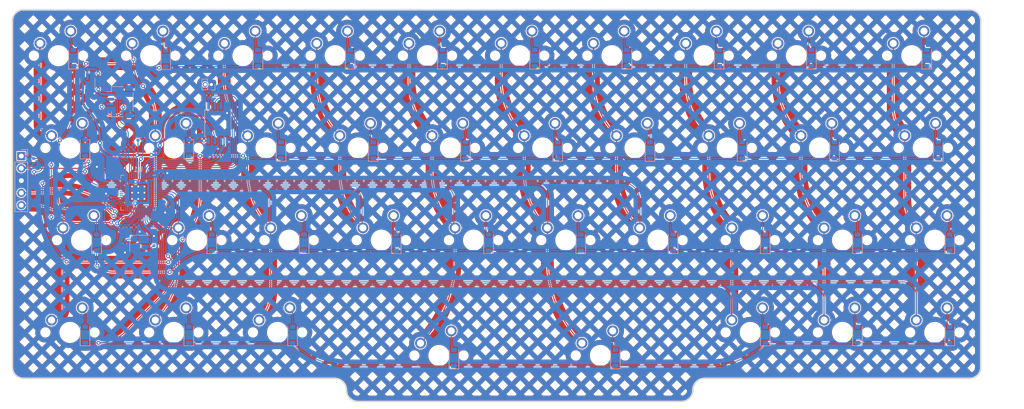
<source format=kicad_pcb>
(kicad_pcb (version 20211014) (generator pcbnew)
  (layers (0 "F.Cu" signal) (31 "B.Cu" signal) (34 "B.Paste" user) (35 "F.Paste" user) (36 "B.SilkS" user "B.Silkscreen") (37 "F.SilkS" user "F.Silkscreen") (38 "B.Mask" user) (39 "F.Mask" user) (44 "Edge.Cuts" user))
  (net 0 "")
  (net 1 "+1V1")
  (net 2 "GND")
  (net 3 "+3V3")
  (net 4 "XTAL_IN")
  (net 5 "Net-(C_Crystal2-Pad2)")
  (net 6 "+5V")
  (net 7 "row0")
  (net 8 "Net-(D1-Pad2)")
  (net 9 "row1")
  (net 10 "Net-(D2-Pad2)")
  (net 11 "row2")
  (net 12 "Net-(D3-Pad2)")
  (net 13 "row3")
  (net 14 "Net-(D4-Pad2)")
  (net 15 "Net-(D5-Pad2)")
  (net 16 "Net-(D6-Pad2)")
  (net 17 "Net-(D7-Pad2)")
  (net 18 "Net-(D8-Pad2)")
  (net 19 "Net-(D9-Pad2)")
  (net 20 "Net-(D10-Pad2)")
  (net 21 "Net-(D11-Pad2)")
  (net 22 "Net-(D12-Pad2)")
  (net 23 "Net-(D13-Pad2)")
  (net 24 "Net-(D14-Pad2)")
  (net 25 "Net-(D15-Pad2)")
  (net 26 "Net-(D16-Pad2)")
  (net 27 "Net-(D17-Pad2)")
  (net 28 "Net-(D18-Pad2)")
  (net 29 "Net-(D19-Pad2)")
  (net 30 "Net-(D20-Pad2)")
  (net 31 "Net-(D21-Pad2)")
  (net 32 "Net-(D22-Pad2)")
  (net 33 "Net-(D23-Pad2)")
  (net 34 "Net-(D24-Pad2)")
  (net 35 "Net-(D25-Pad2)")
  (net 36 "Net-(D26-Pad2)")
  (net 37 "Net-(D27-Pad2)")
  (net 38 "Net-(D28-Pad2)")
  (net 39 "Net-(D29-Pad2)")
  (net 40 "Net-(D30-Pad2)")
  (net 41 "Net-(D31-Pad2)")
  (net 42 "Net-(D32-Pad2)")
  (net 43 "Net-(D33-Pad2)")
  (net 44 "Net-(D34-Pad2)")
  (net 45 "Net-(D35-Pad2)")
  (net 46 "Net-(D36-Pad2)")
  (net 47 "Net-(D37-Pad2)")
  (net 48 "Net-(D38-Pad2)")
  (net 49 "D-")
  (net 50 "D+")
  (net 51 "RESET")
  (net 52 "SWDIO")
  (net 53 "SWCLK")
  (net 54 "col0")
  (net 55 "col1")
  (net 56 "col2")
  (net 57 "col3")
  (net 58 "col4")
  (net 59 "col5")
  (net 60 "col6")
  (net 61 "col7")
  (net 62 "col8")
  (net 63 "col9")
  (net 64 "XTAL_OUT")
  (net 65 "Net-(R_DATA1-Pad2)")
  (net 66 "Net-(R_DATA2-Pad2)")
  (net 67 "Net-(R_Flash1-Pad1)")
  (net 68 "CS")
  (net 85 "SD3")
  (net 86 "QSPI_CLK")
  (net 87 "SD0")
  (net 88 "SD2")
  (net 89 "SD1")
  (footprint "MX_Only:MXOnly-1.5U-NoLED" (layer "F.Cu") (at 230.6875 55.3)
    (fp_text reference "MX35")
    (fp_text value "MX-NoLED")
  )
  (footprint "MX_Only:MXOnly-1U-NoLED" (layer "F.Cu") (at 54.475 55.3)
    (fp_text reference "MX1")
    (fp_text value "MX-NoLED")
  )
  (footprint "MX_Only:MXOnly-1U-NoLED" (layer "F.Cu") (at 159.25 93.4)
    (fp_text reference "MX22")
    (fp_text value "MX-NoLED")
  )
  (footprint "MX_Only:MXOnly-1U-NoLED" (layer "F.Cu") (at 135.4375 74.35)
    (fp_text reference "MX17")
    (fp_text value "MX-NoLED")
  )
  (footprint "MX_Only:MXOnly-1.25U-NoLED" (layer "F.Cu") (at 56.85625 74.35)
    (fp_text reference "MX2")
    (fp_text value "MX-NoLED")
  )
  (footprint "MX_Only:MXOnly-1U-NoLED" (layer "F.Cu") (at 102.1 93.4)
    (fp_text reference "MX11")
    (fp_text value "MX-NoLED")
  )
  (footprint "MX_Only:MXOnly-1U-NoLED" (layer "F.Cu") (at 97.3375 74.35)
    (fp_text reference "MX10")
    (fp_text value "MX-NoLED")
  )
  (footprint "MX_Only:MXOnly-1U-NoLED" (layer "F.Cu") (at 140.2 93.4)
    (fp_text reference "MX18")
    (fp_text value "MX-NoLED")
  )
  (footprint "MX_Only:MXOnly-1U-NoLED" (layer "F.Cu") (at 197.35 112.45)
    (fp_text reference "MX30")
    (fp_text value "MX-NoLED")
  )
  (footprint "MX_Only:MXOnly-1.25U-NoLED" (layer "F.Cu") (at 99.71875 112.45)
    (fp_text reference "MX12")
    (fp_text value "MX-NoLED")
  )
  (footprint "MX_Only:MXOnly-1.25U-NoLED" (layer "F.Cu") (at 56.85625 112.45)
    (fp_text reference "MX4")
    (fp_text value "MX-NoLED")
  )
  (footprint "MX_Only:MXOnly-1U-NoLED" (layer "F.Cu") (at 216.4 93.4)
    (fp_text reference "MX33")
    (fp_text value "MX-NoLED")
  )
  (footprint "MX_Only:MXOnly-1U-NoLED" (layer "F.Cu") (at 111.625 55.3)
    (fp_text reference "MX13")
    (fp_text value "MX-NoLED")
  )
  (footprint "MX_Only:MXOnly-1U-NoLED" (layer "F.Cu") (at 197.35 93.4)
    (fp_text reference "MX29")
    (fp_text value "MX-NoLED")
  )
  (footprint "MX_Only:MXOnly-1U-NoLED" (layer "F.Cu") (at 121.15 93.4)
    (fp_text reference "MX15")
    (fp_text value "MX-NoLED")
  )
  (footprint "MX_Only:MXOnly-1U-NoLED" (layer "F.Cu") (at 116.3875 74.35)
    (fp_text reference "MX14")
    (fp_text value "MX-NoLED")
  )
  (footprint "MX_Only:MXOnly-1U-NoLED" (layer "F.Cu") (at 130.675 55.3)
    (fp_text reference "MX16")
    (fp_text value "MX-NoLED")
  )
  (footprint "MX_Only:MXOnly-1U-NoLED" (layer "F.Cu") (at 73.525 55.3)
    (fp_text reference "MX5")
    (fp_text value "MX-NoLED")
  )
  (footprint "MX_Only:MXOnly-1U-NoLED" (layer "F.Cu") (at 168.775 55.3)
    (fp_text reference "MX24")
    (fp_text value "MX-NoLED")
  )
  (footprint "MX_Only:MXOnly-1U-NoLED" (layer "F.Cu") (at 154.4875 74.35)
    (fp_text reference "MX21")
    (fp_text value "MX-NoLED")
  )
  (footprint "MX_Only:MXOnly-1U-NoLED" (layer "F.Cu") (at 211.6375 74.35)
    (fp_text reference "MX32")
    (fp_text value "MX-NoLED")
  )
  (footprint "MX_Only:MXOnly-1U-NoLED" (layer "F.Cu") (at 235.45 112.45)
    (fp_text reference "MX38")
    (fp_text value "MX-NoLED")
  )
  (footprint "MX_Only:MXOnly-1U-NoLED" (layer "F.Cu") (at 149.725 55.3)
    (fp_text reference "MX20")
    (fp_text value "MX-NoLED")
  )
  (footprint "MX_Only:MXOnly-1U-NoLED" (layer "F.Cu") (at 78.2875 112.45)
    (fp_text reference "MX8")
    (fp_text value "MX-NoLED")
  )
  (footprint "MX_Only:MXOnly-1U-NoLED" (layer "F.Cu") (at 78.2875 74.35)
    (fp_text reference "MX6")
    (fp_text value "MX-NoLED")
  )
  (footprint "MX_Only:MXOnly-1.25U-NoLED" (layer "F.Cu") (at 233.06875 74.35)
    (fp_text reference "MX36")
    (fp_text value "MX-NoLED")
  )
  (footprint "MX_Only:MXOnly-1U-NoLED" (layer "F.Cu") (at 235.45 93.4)
    (fp_text reference "MX37")
    (fp_text value "MX-NoLED")
  )
  (footprint "MX_Only:MXOnly-1U-NoLED" (layer "F.Cu") (at 178.3 93.4)
    (fp_text reference "MX26")
    (fp_text value "MX-NoLED")
  )
  (footprint "MX_Only:MXOnly-1U-NoLED" (layer "F.Cu") (at 92.575 55.3)
    (fp_text reference "MX9")
    (fp_text value "MX-NoLED")
  )
  (footprint "MX_Only:MXOnly-1.75U-NoLED" (layer "F.Cu") (at 133.05625 117.2125)
    (fp_text reference "MX19")
    (fp_text value "MX-NoLED")
  )
  (footprint "MX_Only:MXOnly-1.75U-NoLED" (layer "F.Cu") (at 166.39375 117.2125)
    (fp_text reference "MX23")
    (fp_text value "MX-NoLED")
  )
  (footprint "MX_Only:MXOnly-1U-NoLED" (layer "F.Cu") (at 83.05 93.4)
    (fp_text reference "MX7")
    (fp_text value "MX-NoLED")
  )
  (footprint "MX_Only:MXOnly-1.5U-NoLED" (layer "F.Cu") (at 59.2375 93.4)
    (fp_text reference "MX3")
    (fp_text value "MX-NoLED")
  )
  (footprint "MX_Only:MXOnly-1U-NoLED" (layer "F.Cu") (at 187.825 55.3)
    (fp_text reference "MX27")
    (fp_text value "MX-NoLED")
  )
  (footprint "MX_Only:MXOnly-1U-NoLED" (layer "F.Cu") (at 192.5875 74.35)
    (fp_text reference "MX28")
    (fp_text value "MX-NoLED")
  )
  (footprint "MX_Only:MXOnly-1U-NoLED" (layer "F.Cu") (at 173.5375 74.35)
    (fp_text reference "MX25")
    (fp_text value "MX-NoLED")
  )
  (footprint "MX_Only:MXOnly-1U-NoLED" (layer "F.Cu") (at 216.4 112.45)
    (fp_text reference "MX34")
    (fp_text value "MX-NoLED")
  )
  (footprint "MX_Only:MXOnly-1U-NoLED" (layer "F.Cu") (at 206.875 55.3)
    (fp_text reference "MX31")
    (fp_text value "MX-NoLED")
  )
  (footprint "Capacitor_SMD:C_0402_1005Metric" (layer "B.Cu") (at 71.9 72.25 90)
    (fp_text reference "C_1V-Decoup2" hide)
    (fp_text value ".1u")
  )
  (footprint "Diode_SMD:D_SOD-123" (layer "B.Cu") (at 81.3875 74.35 90)
    (fp_text reference "D6" hide)
    (fp_text value "D_Small")
  )
  (footprint "Diode_SMD:D_SOD-123" (layer "B.Cu") (at 119.4875 74.85 90)
    (fp_text reference "D14" hide)
    (fp_text value "D_Small")
  )
  (footprint "Capacitor_SMD:C_0402_1005Metric" (layer "B.Cu") (at 74.2 94.05 -90)
    (fp_text reference "C_Crystal1" hide)
    (fp_text value "22pF")
  )
  (footprint "Diode_SMD:D_SOD-123" (layer "B.Cu") (at 238.55 93.9 90)
    (fp_text reference "D37" hide)
    (fp_text value "D_Small")
  )
  (footprint "Resistor_SMD:R_0402_1005Metric" (layer "B.Cu") (at 70.1 90.75 90)
    (fp_text reference "R_Crystal1" hide)
    (fp_text value "1k")
  )
  (footprint "Diode_SMD:D_SOD-123" (layer "B.Cu") (at 138.5375 74.85 90)
    (fp_text reference "D17" hide)
    (fp_text value "D_Small")
  )
  (footprint "Resistor_SMD:R_0402_1005Metric" (layer "B.Cu") (at 85.5 63.5 -90)
    (fp_text reference "R_Flash1" hide)
    (fp_text value "1k")
  )
  (footprint "Connector_PinHeader_1.27mm:PinHeader_1x02_P1.27mm_Vertical" (layer "B.Cu") (at 86.05 61.25 90)
    (fp_text reference "SW1" hide)
    (fp_text value "Reset")
  )
  (footprint "Diode_SMD:D_SOD-123" (layer "B.Cu") (at 81.3875 112.95 90)
    (fp_text reference "D8" hide)
    (fp_text value "D_Small")
  )
  (footprint "Diode_SMD:D_SOD-123" (layer "B.Cu") (at 152.825 55.8 90)
    (fp_text reference "D20" hide)
    (fp_text value "D_Small")
  )
  (footprint "Diode_SMD:D_SOD-123" (layer "B.Cu") (at 124.25 93.9 90)
    (fp_text reference "D15" hide)
    (fp_text value "D_Small")
  )
  (footprint "Diode_SMD:D_SOD-123" (layer "B.Cu") (at 209.975 55.8 90)
    (fp_text reference "D31" hide)
    (fp_text value "D_Small")
  )
  (footprint "Capacitor_SMD:C_0402_1005Metric" (layer "B.Cu") (at 66.2 76 90)
    (fp_text reference "C_3V-Decoup2" hide)
    (fp_text value "1u")
  )
  (footprint "Diode_SMD:D_SOD-123" (layer "B.Cu") (at 114.725 55.8 90)
    (fp_text reference "D13" hide)
    (fp_text value "D_Small")
  )
  (footprint "Diode_SMD:D_SOD-123" (layer "B.Cu") (at 169.49375 117.7125 90)
    (fp_text reference "D23" hide)
    (fp_text value "D_Small")
  )
  (footprint "Capacitor_SMD:C_0402_1005Metric" (layer "B.Cu") (at 64.05 78.95 180)
    (fp_text reference "C_3V-Decoup7" hide)
    (fp_text value ".1u")
  )
  (footprint "Diode_SMD:D_SOD-123" (layer "B.Cu") (at 214.7375 74.85 90)
    (fp_text reference "D32" hide)
    (fp_text value "D_Small")
  )
  (footprint "Diode_SMD:D_SOD-123" (layer "B.Cu") (at 59.95625 112.95 90)
    (fp_text reference "D4" hide)
    (fp_text value "D_Small")
  )
  (footprint "Capacitor_SMD:C_0402_1005Metric" (layer "B.Cu") (at 75.7 79.6 90)
    (fp_text reference "C_3V-Decoup9" hide)
    (fp_text value ".1u")
  )
  (footprint "Capacitor_SMD:C_0402_1005Metric" (layer "B.Cu") (at 64.8 84.6 180)
    (fp_text reference "C_3V-Decoup4" hide)
    (fp_text value ".1u")
  )
  (footprint "Diode_SMD:D_SOD-123" (layer "B.Cu") (at 181.4 93.9 90)
    (fp_text reference "D26" hide)
    (fp_text value "D_Small")
  )
  (footprint "Diode_SMD:D_SOD-123" (layer "B.Cu") (at 195.6875 74.85 90)
    (fp_text reference "D28" hide)
    (fp_text value "D_Small")
  )
  (footprint "Resistor_SMD:R_0402_1005Metric" (layer "B.Cu") (at 70 74.2 -90)
    (fp_text reference "R_DATA1" hide)
    (fp_text value "27")
  )
  (footprint "Capacitor_SMD:C_0402_1005Metric" (layer "B.Cu") (at 68.95 90.75 -90)
    (fp_text reference "C_3V-Decoup8" hide)
    (fp_text value ".1u")
  )
  (footprint "Capacitor_SMD:C_0402_1005Metric" (layer "B.Cu") (at 83.65 72.4 90)
    (fp_text reference "C_Flash1" hide)
    (fp_text value ".1u")
  )
  (footprint "Diode_SMD:D_SOD-123" (layer "B.Cu") (at 100.4375 74.85 90)
    (fp_text reference "D10" hide)
    (fp_text value "D_Small")
  )
  (footprint "Diode_SMD:D_SOD-123" (layer "B.Cu") (at 233.7875 55.8 90)
    (fp_text reference "D35" hide)
    (fp_text value "D_Small")
  )
  (footprint "Diode_SMD:D_SOD-123" (layer "B.Cu") (at 238.55 112.95 90)
    (fp_text reference "D38" hide)
    (fp_text value "D_Small")
  )
  (footprint "Diode_SMD:D_SOD-123" (layer "B.Cu") (at 136.15625 117.7125 90)
    (fp_text reference "D19" hide)
    (fp_text value "D_Small")
  )
  (footprint "Package_TO_SOT_SMD:SOT-23" (layer "B.Cu") (at 60.45 60.55 90)
    (fp_text reference "U3" hide)
    (fp_text value "XC6206PxxxMR")
  )
  (footprint "Diode_SMD:D_SOD-123" (layer "B.Cu") (at 176.6375 74.85 90)
    (fp_text reference "D25" hide)
    (fp_text value "D_Small")
  )
  (footprint "Diode_SMD:D_SOD-123" (layer "B.Cu") (at 105.2 93.9 90)
    (fp_text reference "D11" hide)
    (fp_text value "D_Small")
  )
  (footprint "Capacitor_SMD:C_0402_1005Metric" (layer "B.Cu") (at 67.45 90.75 -90)
    (fp_text reference "C_1V-Decoup3" hide)
    (fp_text value ".1u")
  )
  (footprint "Diode_SMD:D_SOD-123" (layer "B.Cu") (at 143.3 93.9 90)
    (fp_text reference "D18" hide)
    (fp_text value "D_Small")
  )
  (footprint "Diode_SMD:D_SOD-123" (layer "B.Cu") (at 219.5 112.95 90)
    (fp_text reference "D34" hide)
    (fp_text value "D_Small")
  )
  (footprint "Diode_SMD:D_SOD-123" (layer "B.Cu") (at 59.95625 74.35 90)
    (fp_text reference "D2" hide)
    (fp_text value "D_Small")
  )
  (footprint "Diode_SMD:D_SOD-123" (layer "B.Cu") (at 62.3375 93.9 90)
    (fp_text reference "D3" hide)
    (fp_text value "D_Small")
  )
  (footprint "Diode_SMD:D_SOD-123" (layer "B.Cu") (at 200.45 93.9 90)
    (fp_text reference "D29" hide)
    (fp_text value "D_Small")
  )
  (footprint "Diode_SMD:D_SOD-123" (layer "B.Cu") (at 133.775 55.8 90)
    (fp_text reference "D16" hide)
    (fp_text value "D_Small")
  )
  (footprint "Capacitor_SMD:C_0402_1005Metric" (layer "B.Cu") (at 77.1 86.45 -90)
    (fp_text reference "C_3V-Decoup6" hide)
    (fp_text value ".1u")
  )
  (footprint "Diode_SMD:D_SOD-123" (layer "B.Cu") (at 200.45 112.95 90)
    (fp_text reference "D30" hide)
    (fp_text value "D_Small")
  )
  (footprint "Diode_SMD:D_SOD-123" (layer "B.Cu") (at 57.575 55.8 90)
    (fp_text reference "D1" hide)
    (fp_text value "D_Small")
  )
  (footprint "Capacitor_SMD:C_0402_1005Metric" (layer "B.Cu") (at 59 64.25 180)
    (fp_text reference "C_3V-Decoup1" hide)
    (fp_text value "10u")
  )
  (footprint "Capacitor_SMD:C_0402_1005Metric" (layer "B.Cu") (at 59.95 58.1 180)
    (fp_text reference "C_LD1" hide)
    (fp_text value "1u")
  )
  (footprint "Resistor_SMD:R_0402_1005Metric" (layer "B.Cu") (at 49.35 77.05 90)
    (fp_text reference "R_RST1" hide)
    (fp_text value "1k")
  )
  (footprint "Package_SO:SOIC-8_5.23x5.23mm_P1.27mm" (layer "B.Cu") (at 87.4 69.25 -90)
    (fp_text reference "U2" hide)
    (fp_text value "W25Q128JVS")
  )
  (footprint "Diode_SMD:D_SOD-123" (layer "B.Cu") (at 219.5 93.9 90)
    (fp_text reference "D33" hide)
    (fp_text value "D_Small")
  )
  (footprint "Diode_SMD:D_SOD-123" (layer "B.Cu") (at 236.16875 74.85 90)
    (fp_text reference "D36" hide)
    (fp_text value "D_Small")
  )
  (footprint "Diode_SMD:D_SOD-123" (layer "B.Cu") (at 86.15 93.9 90)
    (fp_text reference "D7" hide)
    (fp_text value "D_Small")
  )
  (footprint "Diode_SMD:D_SOD-123" (layer "B.Cu") (at 102.81875 112.95 90)
    (fp_text reference "D12" hide)
    (fp_text value "D_Small")
  )
  (footprint "Capacitor_SMD:C_0402_1005Metric" (layer "B.Cu") (at 67.8 74.93 90)
    (fp_text reference "C_1V-Decoup1" hide)
    (fp_text value "1u")
  )
  (footprint "Capacitor_SMD:C_0402_1005Metric" (layer "B.Cu") (at 70.9 72.25 90)
    (fp_text reference "C_3V-Decoup3" hide)
    (fp_text value ".1u")
  )
  (footprint "Diode_SMD:D_SOD-123" (layer "B.Cu") (at 162.35 93.9 90)
    (fp_text reference "D22" hide)
    (fp_text value "D_Small")
  )
  (footprint "cipulot_parts:RP2040-QFN-56" (layer "B.Cu") (at 70.95 83.6 180)
    (fp_text reference "U1")
    (fp_text value "RP2040")
  )
  (footprint "Connector_PinHeader_2.54mm:PinHeader_1x05_P2.54mm_Vertical" (layer "B.Cu") (at 46.8 76.025 180)
    (fp_text reference "J2" hide)
    (fp_text value "SWD")
  )
  (footprint "Diode_SMD:D_SOD-123" (layer "B.Cu") (at 190.925 55.8 90)
    (fp_text reference "D27" hide)
    (fp_text value "D_Small")
  )
  (footprint "Capacitor_SMD:C_0402_1005Metric" (layer "B.Cu") (at 68.2 94.05 90)
    (fp_text reference "C_Crystal2" hide)
    (fp_text value "22pF")
  )
  (footprint "Diode_SMD:D_SOD-123" (layer "B.Cu") (at 95.675 55.8 90)
    (fp_text reference "D9" hide)
    (fp_text value "D_Small")
  )
  (footprint "Diode_SMD:D_SOD-123" (layer "B.Cu") (at 171.875 55.8 90)
    (fp_text reference "D24" hide)
    (fp_text value "D_Small")
  )
  (footprint "Capacitor_SMD:C_0402_1005Metric" (layer "B.Cu") (at 64.05 80 180)
    (fp_text reference "C_3V-Decoup5" hide)
    (fp_text value ".1u")
  )
  (footprint "Resistor_SMD:R_0402_1005Metric" (layer "B.Cu") (at 68.9 74.2 -90)
    (fp_text reference "R_DATA2" hide)
    (fp_text value "27")
  )
  (footprint "Capacitor_SMD:C_0402_1005Metric" (layer "B.Cu") (at 59 63.2 180)
    (fp_text reference "C_LD2" hide)
    (fp_text value "1u")
  )
  (footprint "Connector_JST:JST_SH_SM04B-SRSS-TB_1x04-1MP_P1.00mm_Horizontal" (layer "B.Cu") (at 67.2 64.8 -90)
    (fp_text reference "J1" hide)
    (fp_text value "SM04B")
  )
  (footprint "Diode_SMD:D_SOD-123" (layer "B.Cu") (at 157.5875 74.85 90)
    (fp_text reference "D21" hide)
    (fp_text value "D_Small")
  )
  (footprint "Crystal:Crystal_SMD_3225-4Pin_3.2x2.5mm" (layer "B.Cu") (at 71.2 94.05)
    (fp_text reference "Y1" hide)
    (fp_text value "12MHz")
  )
  (footprint "Diode_SMD:D_SOD-123" (layer "B.Cu") (at 76.625 55.9 90)
    (fp_text reference "D5" hide)
    (fp_text value "D_Small")
  )
  (gr_line (start 47.05 121.975) (end 111.625 121.975) (layer "Edge.Cuts") (width 0.2))
  (gr_arc (start 44.95 47.872945) (mid 45.727532 46.340679) (end 47.35 45.775) (layer "Edge.Cuts") (width 0.2))
  (gr_line locked (start 44.95 55.3) (end 44.95 82.5) (layer "Edge.Cuts") (width 0.2))
  (gr_line (start 47.35 45.775) (end 242.9 45.775) (layer "Edge.Cuts") (width 0.2))
  (gr_arc (start 111.625 121.975) (mid 113.309862 122.783882) (end 113.929273 124.547226) (layer "Edge.Cuts") (width 0.2))
  (gr_line (start 44.95 82.5) (end 44.95 119.55) (layer "Edge.Cuts") (width 0.2))
  (gr_arc (start 47.05 121.975) (mid 45.511866 121.185214) (end 44.95 119.55) (layer "Edge.Cuts") (width 0.2))
  (gr_arc (start 244.975 119.861866) (mid 244.195166 121.403494) (end 242.564786 121.975) (layer "Edge.Cuts") (width 0.2))
  (gr_arc (start 116.4 126.7375) (mid 114.711016 126.154067) (end 113.929273 124.547226) (layer "Edge.Cuts") (width 0.2))
  (gr_arc (start 185.520727 124.518012) (mid 186.146189 122.769276) (end 187.825 121.975) (layer "Edge.Cuts") (width 0.2))
  (gr_line (start 187.825 121.975) (end 242.564786 121.975) (layer "Edge.Cuts") (width 0.2))
  (gr_line (start 44.95 55.3) (end 44.95 47.872945) (layer "Edge.Cuts") (width 0.2))
  (gr_line (start 116.4 126.7375) (end 183.05 126.7375) (layer "Edge.Cuts") (width 0.2))
  (gr_arc (start 242.9 45.775) (mid 244.417529 46.550009) (end 244.975 48.160214) (layer "Edge.Cuts") (width 0.2))
  (gr_line (start 244.975 48.160214) (end 244.975 119.861866) (layer "Edge.Cuts") (width 0.2))
  (gr_arc (start 185.520727 124.518012) (mid 184.745035 126.13946) (end 183.05 126.7375) (layer "Edge.Cuts") (width 0.2))
  (segment (start 69.2 88.25) (end 69.430761 88.019239) (width 0.2) (layer "F.Cu") (net 1))
  (segment (start 66.6 89.95) (end 67.661091 88.888909) (width 0.2) (layer "F.Cu") (net 1))
  (segment (start 71.2 80.55) (end 71.2 77.374264) (width 0.2) (layer "F.Cu") (net 1))
  (segment (start 69.197488 88.252513) (end 69.2 88.25) (width 0.2) (layer "F.Cu") (net 1))
  (via (at 71.5 76.65) (size 0.8) (drill 0.4) (layers "F.Cu" "B.Cu") (net 1))
  (via (at 70.4 81.35) (size 0.8) (drill 0.4) (layers "F.Cu" "B.Cu") (net 1))
  (via (at 66.6 89.95) (size 0.8) (drill 0.4) (layers "F.Cu" "B.Cu") (net 1))
  (via (at 70.35 85.8) (size 0.8) (drill 0.4) (layers "F.Cu" "B.Cu") (net 1))
  (arc (start 71.2 77.374264) (mid 71.277967 76.982296) (end 71.5 76.65) (width 0.2) (layer "F.Cu") (net 1))
  (arc (start 67.661091 88.888909) (mid 68.091866 88.601074) (end 68.6 88.5) (width 0.2) (layer "F.Cu") (net 1))
  (arc (start 70.4 81.35) (mid 70.965685 81.115685) (end 71.2 80.55) (width 0.2) (layer "F.Cu") (net 1))
  (arc (start 68.6 88.5) (mid 68.923358 88.43568) (end 69.197488 88.252513) (width 0.2) (layer "F.Cu") (net 1))
  (arc (start 69.430761 88.019239) (mid 70.111098 87.001043) (end 70.35 85.8) (width 0.2) (layer "F.Cu") (net 1))
  (segment (start 70.35 87.0375) (end 70.35 88.484314) (width 0.2) (layer "B.Cu") (net 1))
  (segment (start 67.8 76.2) (end 67.8 75.41) (width 0.2) (layer "B.Cu") (net 1))
  (segment (start 69.15 80.1625) (end 69.15 80.85) (width 0.2) (layer "B.Cu") (net 1))
  (segment (start 70.35 87.0375) (end 70.35 85.8) (width 0.2) (layer "B.Cu") (net 1))
  (segment (start 67.45 90.27) (end 67.372548 90.27) (width 0.2) (layer "B.Cu") (net 1))
  (segment (start 71.15 77.494974) (end 71.15 80.1625) (width 0.2) (layer "B.Cu") (net 1))
  (segment (start 70.35 88.484314) (end 69.184314 89.65) (width 0.2) (layer "B.Cu") (net 1))
  (segment (start 71.9 72.73) (end 71.9 75.684315) (width 0.2) (layer "B.Cu") (net 1))
  (segment (start 68.07 89.65) (end 67.45 90.27) (width 0.2) (layer "B.Cu") (net 1))
  (segment (start 69.184314 89.65) (end 68.07 89.65) (width 0.2) (layer "B.Cu") (net 1))
  (segment (start 69.15 80.1625) (end 69.15 77.55) (width 0.2) (layer "B.Cu") (net 1))
  (arc (start 67.372548 90.27) (mid 66.954448 90.186835) (end 66.6 89.95) (width 0.2) (layer "B.Cu") (net 1))
  (arc (start 69.15 77.55) (mid 68.988909 77.161091) (end 68.6 77) (width 0.2) (layer "B.Cu") (net 1))
  (arc (start 71.9 75.684315) (mid 71.796043 76.20694) (end 71.5 76.65) (width 0.2) (layer "B.Cu") (net 1))
  (arc (start 69.15 80.85) (mid 69.208579 80.991421) (end 69.35 81.05) (width 0.2) (layer "B.Cu") (net 1))
  (arc (start 68.6 77) (mid 68.034315 76.765685) (end 67.8 76.2) (width 0.2) (layer "B.Cu") (net 1))
  (arc (start 71.5 76.65) (mid 71.240962 77.037677) (end 71.15 77.494974) (width 0.2) (layer "B.Cu") (net 1))
  (via (at 61.9 63.1) (size 0.8) (drill 0.4) (layers "F.Cu" "B.Cu") (net 2))
  (via (at 89.3 67.15) (size 0.8) (drill 0.4) (layers "F.Cu" "B.Cu") (net 2))
  (via (at 76.95 79.55) (size 0.8) (drill 0.4) (layers "F.Cu" "B.Cu") (net 2))
  (via (at 68.2 95.95) (size 0.8) (drill 0.4) (layers "F.Cu" "B.Cu") (net 2))
  (via (at 76.5 87.7) (size 0.8) (drill 0.4) (layers "F.Cu" "B.Cu") (net 2))
  (via (at 74.2 92.55) (size 0.8) (drill 0.4) (layers "F.Cu" "B.Cu") (net 2))
  (via (at 71.25 91.65) (size 0.8) (drill 0.4) (layers "F.Cu" "B.Cu") (net 2))
  (via (at 64.3 83.8) (size 0.8) (drill 0.4) (layers "F.Cu" "B.Cu") (net 2))
  (via (at 62.4 78.25) (size 0.8) (drill 0.4) (layers "F.Cu" "B.Cu") (net 2))
  (segment (start 89.305 65.65) (end 89.305 67.145) (width 0.2) (layer "B.Cu") (net 2))
  (segment (start 77.1 86.93) (end 77.1 87.1) (width 0.2) (layer "B.Cu") (net 2))
  (segment (start 75.7 79.12) (end 76.52 79.12) (width 0.2) (layer "B.Cu") (net 2))
  (segment (start 70.5 94.9) (end 70.1 94.9) (width 0.2) (layer "B.Cu") (net 2))
  (segment (start 74.2 93.57) (end 74.2 92.55) (width 0.5) (layer "B.Cu") (net 2))
  (segment (start 63.57 80) (end 63.57 78.95) (width 0.5) (layer "B.Cu") (net 2))
  (segment (start 68.2 94.53) (end 69.206741 94.53) (width 0.5) (layer "B.Cu") (net 2))
  (segment (start 63.57 78.95) (end 63.1 78.95) (width 0.5) (layer "B.Cu") (net 2))
  (segment (start 68.2 94.53) (end 68.2 95.95) (width 0.5) (layer "B.Cu") (net 2))
  (segment (start 71.95 87.0375) (end 71.95 89.664932) (width 0.2) (layer "B.Cu") (net 2))
  (segment (start 64.32 84.6) (end 64.32 83.848284) (width 0.2) (layer "B.Cu") (net 2))
  (segment (start 70.9 71.77) (end 71.9 71.77) (width 0.5) (layer "B.Cu") (net 2))
  (segment (start 72.3 93.2) (end 72.2 93.2) (width 0.2) (layer "B.Cu") (net 2))
  (segment (start 72.292995 90.492995) (end 74.093934 92.293934) (width 0.2) (layer "B.Cu") (net 2))
  (segment (start 61.4 61.4875) (end 61.4 62.6) (width 0.5) (layer "B.Cu") (net 2))
  (segment (start 72.2 93.2) (end 70.5 94.9) (width 0.2) (layer "B.Cu") (net 2))
  (arc (start 61.4 62.6) (mid 61.546447 62.953553) (end 61.9 63.1) (width 0.5) (layer "B.Cu") (net 2))
  (arc (start 89.305 67.145) (mid 89.303536 67.148536) (end 89.3 67.15) (width 0.2) (layer "B.Cu") (net 2))
  (arc (start 77.1 87.1) (mid 76.924264 87.524264) (end 76.5 87.7) (width 0.2) (layer "B.Cu") (net 2))
  (arc (start 69.206741 94.53) (mid 69.690169 94.62616) (end 70.1 94.9) (width 0.5) (layer "B.Cu") (net 2))
  (arc (start 74.093934 92.293934) (mid 74.172434 92.411418) (end 74.2 92.55) (width 0.2) (layer "B.Cu") (net 2))
  (arc (start 64.32 83.848284) (mid 64.314802 83.822153) (end 64.3 83.8) (width 0.2) (layer "B.Cu") (net 2))
  (arc (start 71.95 89.664932) (mid 72.039141 90.113076) (end 72.292995 90.492995) (width 0.2) (layer "B.Cu") (net 2))
  (arc (start 76.52 79.12) (mid 76.824056 79.245944) (end 76.95 79.55) (width 0.2) (layer "B.Cu") (net 2))
  (arc (start 63.1 78.95) (mid 62.605025 78.744975) (end 62.4 78.25) (width 0.5) (layer "B.Cu") (net 2))
  (segment (start 75.95 72.85) (end 75.682843 73.117157) (width 0.5) (layer "F.Cu") (net 3))
  (segment (start 84.55 69.85) (end 84.55 72.85) (width 0.5) (layer "F.Cu") (net 3))
  (segment (start 81.2 66.55) (end 81.25 66.55) (width 0.5) (layer "F.Cu") (net 3))
  (segment (start 70.7 75.85) (end 65.57 75.85) (width 0.5) (layer "F.Cu") (net 3))
  (segment (start 73.65 75.8) (end 70.82071 75.8) (width 0.5) (layer "F.Cu") (net 3))
  (segment (start 46.8 78.565) (end 58.171756 78.565) (width 0.2) (layer "F.Cu") (net 3))
  (segment (start 63.05 74.344366) (end 63.05 73.33) (width 0.2) (layer "F.Cu") (net 3))
  (segment (start 76.75 72.05) (end 76.75 71) (width 0.5) (layer "F.Cu") (net 3))
  (via (at 84.55 72.85) (size 0.8) (drill 0.4) (layers "F.Cu" "B.Cu") (net 3))
  (via (at 70.7 75.85) (size 0.8) (drill 0.4) (layers "F.Cu" "B.Cu") (net 3))
  (via (at 73.65 75.8) (size 0.8) (drill 0.4) (layers "F.Cu" "B.Cu") (net 3))
  (via (at 75.4 73.8) (size 0.8) (drill 0.4) (layers "F.Cu" "B.Cu") (net 3))
  (via (at 63.05 73.33) (size 0.8) (drill 0.4) (layers "F.Cu" "B.Cu") (net 3))
  (arc (start 58.171756 78.565) (mid 60.216527 78.158269) (end 61.95 77) (width 0.2) (layer "F.Cu") (net 3))
  (arc (start 65.57 75.85) (mid 63.788091 75.111909) (end 63.05 73.33) (width 0.5) (layer "F.Cu") (net 3))
  (arc (start 61.95 77) (mid 62.764119 75.781585) (end 63.05 74.344366) (width 0.2) (layer "F.Cu") (net 3))
  (arc (start 75.95 72.85) (mid 76.515685 72.615685) (end 76.75 72.05) (width 0.5) (layer "F.Cu") (net 3))
  (arc (start 76.75 71) (mid 78.053375 67.853375) (end 81.2 66.55) (width 0.5) (layer "F.Cu") (net 3))
  (arc (start 81.25 66.55) (mid 83.583452 67.516548) (end 84.55 69.85) (width 0.5) (layer "F.Cu") (net 3))
  (arc (start 75.682843 73.117157) (mid 75.473509 73.430448) (end 75.4 73.8) (width 0.5) (layer "F.Cu") (net 3))
  (arc (start 70.82071 75.8) (mid 70.755382 75.812994) (end 70.7 75.85) (width 0.5) (layer "F.Cu") (net 3))
  (segment (start 74.3875 81) (end 74.78 81) (width 0.2) (layer "B.Cu") (net 3))
  (segment (start 46.923716 78.565) (end 46.8 78.565) (width 0.2) (layer "B.Cu") (net 3))
  (segment (start 85.495 72.85) (end 84.55 72.85) (width 0.5) (layer "B.Cu") (net 3))
  (segment (start 74.3875 84.6) (end 75.65 84.6) (width 0.2) (layer "B.Cu") (net 3))
  (segment (start 74.446447 75.8) (end 73.65 75.8) (width 0.5) (layer "B.Cu") (net 3))
  (segment (start 70.75 87.0375) (end 70.75 88.65) (width 0.2) (layer "B.Cu") (net 3))
  (segment (start 84.55 72.85) (end 83.722426 72.85) (width 0.5) (layer "B.Cu") (net 3))
  (segment (start 70.7 75.85) (end 70.829289 75.720711) (width 0.2) (layer "B.Cu") (net 3))
  (segment (start 70.55 79) (end 70.55 76.1) (width 0.2) (layer "B.Cu") (net 3))
  (segment (start 70.620711 75.92929) (end 70.7 75.85) (width 0.2) (layer "B.Cu") (net 3))
  (segment (start 70.75 88.65) (end 69.13 90.27) (width 0.2) (layer "B.Cu") (net 3))
  (segment (start 75.65 84.6) (end 75.73 84.6) (width 0.2) (layer "B.Cu") (net 3))
  (segment (start 70.75 80.1625) (end 70.75 79.2) (width 0.2) (layer "B.Cu") (net 3))
  (segment (start 64.53 80) (end 64.53 80.13) (width 0.2) (layer "B.Cu") (net 3))
  (segment (start 68.35 80.1625) (end 68.35 80.5625) (width 0.2) (layer "B.Cu") (net 3))
  (segment (start 70.9 75.55) (end 70.9 72.73) (width 0.2) (layer "B.Cu") (net 3))
  (segment (start 68.35 80.1625) (end 68.35 78.63) (width 0.2) (layer "B.Cu") (net 3))
  (segment (start 67.9125 81) (end 67.5125 81) (width 0.2) (layer "B.Cu") (net 3))
  (segment (start 65.28 84.6) (end 67.5125 84.6) (width 0.2) (layer "B.Cu") (net 3))
  (segment (start 63.05 72.585533) (end 63.05 73.33) (width 0.5) (layer "B.Cu") (net 3))
  (segment (start 74.3875 81) (end 73.9 81) (width 0.2) (layer "B.Cu") (net 3))
  (segment (start 60.349741 66.349742) (end 60.55 66.55) (width 0.5) (layer "B.Cu") (net 3))
  (segment (start 75.65 84.6) (end 75.8 84.6) (width 0.2) (layer "B.Cu") (net 3))
  (segment (start 59.48 63.2) (end 59.48 61.5075) (width 0.5) (layer "B.Cu") (net 3))
  (segment (start 70.35 80.1625) (end 70.35 79.2) (width 0.2) (layer "B.Cu") (net 3))
  (segment (start 59.48 64.25) (end 59.48 63.2) (width 0.5) (layer "B.Cu") (net 3))
  (segment (start 64.53 78.95) (end 64.53 80) (width 0.5) (layer "B.Cu") (net 3))
  (segment (start 69.13 90.27) (end 68.95 90.27) (width 0.2) (layer "B.Cu") (net 3))
  (segment (start 75.4 73.8) (end 75.4 74.705026) (width 0.5) (layer "B.Cu") (net 3))
  (segment (start 65.4 81) (end 67.5125 81) (width 0.2) (layer "B.Cu") (net 3))
  (arc (start 70.55 76.1) (mid 70.568377 76.007612) (end 70.620711 75.92929) (width 0.2) (layer "B.Cu") (net 3))
  (arc (start 75.73 84.6) (mid 76.698736 85.001264) (end 77.1 85.97) (width 0.2) (layer "B.Cu") (net 3))
  (arc (start 70.35 79.2) (mid 70.408579 79.058579) (end 70.55 79) (width 0.2) (layer "B.Cu") (net 3))
  (arc (start 60.55 66.55) (mid 62.400271 69.319126) (end 63.05 72.585533) (width 0.5) (layer "B.Cu") (net 3))
  (arc (start 83.722426 72.85) (mid 83.68323 72.857797) (end 83.65 72.88) (width 0.2) (layer "B.Cu") (net 3))
  (arc (start 49.35 77.56) (mid 48.236811 78.303809) (end 46.923716 78.565) (width 0.5) (layer "B.Cu") (net 3))
  (arc (start 66.2 76.48) (mid 63.972614 75.557386) (end 63.05 73.33) (width 0.5) (layer "B.Cu") (net 3))
  (arc (start 68.35 80.5625) (mid 68.221859 80.871859) (end 67.9125 81) (width 0.2) (layer "B.Cu") (net 3))
  (arc (start 74.78 81) (mid 75.430538 80.730538) (end 75.7 80.08) (width 0.2) (layer "B.Cu") (net 3))
  (arc (start 64.53 80.13) (mid 64.784817 80.745183) (end 65.4 81) (width 0.2) (layer "B.Cu") (net 3))
  (arc (start 59.48 64.25) (mid 59.706038 65.386372) (end 60.349741 66.349742) (width 0.5) (layer "B.Cu") (net 3))
  (arc (start 68.35 78.63) (mid 67.72028 77.10972) (end 66.2 76.48) (width 0.2) (layer "B.Cu") (net 3))
  (arc (start 75.05 75.55) (mid 74.773087 75.735027) (end 74.446447 75.8) (width 0.5) (layer "B.Cu") (net 3))
  (arc (start 73.9 81) (mid 73.723223 81.073223) (end 73.65 81.25) (width 0.2) (layer "B.Cu") (net 3))
  (arc (start 70.75 79.2) (mid 70.691421 79.058579) (end 70.55 79) (width 0.2) (layer "B.Cu") (net 3))
  (arc (start 75.4 74.705026) (mid 75.309038 75.162323) (end 75.05 75.55) (width 0.5) (layer "B.Cu") (net 3))
  (arc (start 68.75 80.1625) (mid 68.504702 80.754702) (end 67.9125 81) (width 0.2) (layer "B.Cu") (net 3))
  (arc (start 59.48 61.5075) (mid 59.485858 61.493358) (end 59.5 61.4875) (width 0.5) (layer "B.Cu") (net 3))
  (arc (start 70.829289 75.720711) (mid 70.881623 75.642388) (end 70.9 75.55) (width 0.2) (layer "B.Cu") (net 3))
  (segment (start 72.3 94.9) (end 73.306741 94.9) (width 0.2) (layer "B.Cu") (net 4))
  (segment (start 73.45 93.846447) (end 73.45 93.15) (width 0.2) (layer "B.Cu") (net 4))
  (segment (start 71.55 87.0375) (end 71.55 89.693883) (width 0.2) (layer "B.Cu") (net 4))
  (segment (start 72.12001 91.07001) (end 72.825 91.775) (width 0.2) (layer "B.Cu") (net 4))
  (segment (start 72.91967 91.86967) (end 72.825 91.775) (width 0.2) (layer "B.Cu") (net 4))
  (segment (start 73.068198 94.581802) (end 73.2 94.45) (width 0.2) (layer "B.Cu") (net 4))
  (arc (start 73.2 94.45) (mid 73.385027 94.173087) (end 73.45 93.846447) (width 0.2) (layer "B.Cu") (net 4))
  (arc (start 71.55 89.693883) (mid 71.698141 90.438637) (end 72.12001 91.07001) (width 0.2) (layer "B.Cu") (net 4))
  (arc (start 73.306741 94.9) (mid 73.790169 94.80384) (end 74.2 94.53) (width 0.2) (layer "B.Cu") (net 4))
  (arc (start 73.45 93.15) (mid 73.312172 92.45709) (end 72.91967 91.86967) (width 0.2) (layer "B.Cu") (net 4))
  (arc (start 72.3 94.9) (mid 72.715746 94.817303) (end 73.068198 94.581802) (width 0.2) (layer "B.Cu") (net 4))
  (segment (start 70.1 93.2) (end 69.093259 93.2) (width 0.2) (layer "B.Cu") (net 5))
  (segment (start 70.1 93.2) (end 70.1 91.26) (width 0.2) (layer "B.Cu") (net 5))
  (arc (start 69.093259 93.2) (mid 68.609831 93.29616) (end 68.2 93.57) (width 0.2) (layer "B.Cu") (net 5))
  (segment (start 62.7 58.95) (end 62.7 62.25) (width 0.5) (layer "F.Cu") (net 6))
  (via (at 62.7 58.95) (size 0.8) (drill 0.4) (layers "F.Cu" "B.Cu") (net 6))
  (via (at 62.7 62.25) (size 0.8) (drill 0.4) (layers "F.Cu" "B.Cu") (net 6))
  (segment (start 60.45 59.6125) (end 60.45 58.12) (width 0.5) (layer "B.Cu") (net 6))
  (segment (start 60.43 58.1) (end 61.25 58.1) (width 0.5) (layer "B.Cu") (net 6))
  (segment (start 61.25 58.1) (end 61.85 58.1) (width 0.5) (layer "B.Cu") (net 6))
  (segment (start 63.75 63.3) (end 65.2 63.3) (width 0.5) (layer "B.Cu") (net 6))
  (arc (start 62.7 62.25) (mid 63.007538 62.992462) (end 63.75 63.3) (width 0.5) (layer "B.Cu") (net 6))
  (arc (start 61.85 58.1) (mid 62.451041 58.348959) (end 62.7 58.95) (width 0.5) (layer "B.Cu") (net 6))
  (segment (start 60.15 56.95) (end 61.65 56.95) (width 0.2) (layer "F.Cu") (net 7))
  (segment (start 61.65 56.95) (end 70.75 56.95) (width 0.2) (layer "F.Cu") (net 7))
  (segment (start 56.000609 77.6) (end 59.561894 77.6) (width 0.2) (layer "F.Cu") (net 7))
  (segment (start 54.75 72.8) (end 54.427818 73.122182) (width 0.2) (layer "F.Cu") (net 7))
  (segment (start 71.65 57.85) (end 75.2 57.85) (width 0.2) (layer "F.Cu") (net 7))
  (via (at 60.15 56.95) (size 0.8) (drill 0.4) (layers "F.Cu" "B.Cu") (net 7))
  (via (at 60.65575 77.14691) (size 0.8) (drill 0.4) (layers "F.Cu" "B.Cu") (net 7))
  (via (at 54.75 72.8) (size 0.8) (drill 0.4) (layers "F.Cu" "B.Cu") (net 7))
  (via (at 75.25 57.8) (size 0.8) (drill 0.4) (layers "F.Cu" "B.Cu") (net 7))
  (arc (start 70.75 56.95) (mid 71.386396 57.213604) (end 71.65 57.85) (width 0.2) (layer "F.Cu") (net 7))
  (arc (start 60.65575 77.14691) (mid 60.153885 77.482246) (end 59.561894 77.6) (width 0.2) (layer "F.Cu") (net 7))
  (arc (start 54.463173 76.963173) (mid 55.168555 77.434494) (end 56.000609 77.6) (width 0.2) (layer "F.Cu") (net 7))
  (arc (start 54.463173 76.963173) (mid 53.861336 76.062462) (end 53.65 75) (width 0.2) (layer "F.Cu") (net 7))
  (arc (start 75.2 57.85) (mid 75.235355 57.835355) (end 75.25 57.8) (width 0.2) (layer "F.Cu") (net 7))
  (arc (start 54.427818 73.122182) (mid 53.852148 73.983732) (end 53.65 75) (width 0.2) (layer "F.Cu") (net 7))
  (segment (start 57.575 57.45) (end 57.575 65.979847) (width 0.2) (layer "B.Cu") (net 7))
  (segment (start 95.675 57.45) (end 114.725 57.45) (width 0.2) (layer "B.Cu") (net 7))
  (segment (start 57.575 57.45) (end 59.65 57.45) (width 0.2) (layer "B.Cu") (net 7))
  (segment (start 133.775 57.45) (end 233.7875 57.45) (width 0.2) (layer "B.Cu") (net 7))
  (segment (start 60.7 79.222183) (end 60.7 78.35) (width 0.2) (layer "B.Cu") (net 7))
  (segment (start 76.625 57.55) (end 95.575 57.55) (width 0.2) (layer "B.Cu") (net 7))
  (segment (start 67.5125 81.8) (end 64.267766 81.8) (width 0.2) (layer "B.Cu") (net 7))
  (segment (start 114.725 57.45) (end 133.775 57.45) (width 0.2) (layer "B.Cu") (net 7))
  (segment (start 60.7 78.35) (end 60.7 77.253738) (width 0.2) (layer "B.Cu") (net 7))
  (segment (start 75.25 57.8) (end 76.375 57.8) (width 0.2) (layer "B.Cu") (net 7))
  (arc (start 61.25 80.55) (mid 60.84294 79.940793) (end 60.7 79.222183) (width 0.2) (layer "B.Cu") (net 7))
  (arc (start 76.375 57.8) (mid 76.551777 57.726777) (end 76.625 57.55) (width 0.2) (layer "B.Cu") (net 7))
  (arc (start 57.575 65.979847) (mid 56.840806 69.670887) (end 54.75 72.8) (width 0.2) (layer "B.Cu") (net 7))
  (arc (start 64.267766 81.8) (mid 62.634563 81.475136) (end 61.25 80.55) (width 0.2) (layer "B.Cu") (net 7))
  (arc (start 95.575 57.55) (mid 95.645711 57.520711) (end 95.675 57.45) (width 0.2) (layer "B.Cu") (net 7))
  (arc (start 59.65 57.45) (mid 60.003553 57.303553) (end 60.15 56.95) (width 0.2) (layer "B.Cu") (net 7))
  (arc (start 60.7 77.253738) (mid 60.6885 77.195923) (end 60.65575 77.14691) (width 0.2) (layer "B.Cu") (net 7))
  (segment (start 57.015 50.22) (end 57.015 52.298041) (width 0.2) (layer "B.Cu") (net 8))
  (arc (start 57.015 52.298041) (mid 57.16054 53.029716) (end 57.575 53.65) (width 0.2) (layer "B.Cu") (net 8))
  (segment (start 83.75 76) (end 92.47929 76) (width 0.2) (layer "F.Cu") (net 9))
  (segment (start 57.004129 79.22514) (end 59.95625 79.22514) (width 0.2) (layer "F.Cu") (net 9))
  (segment (start 77.15 97.95) (end 56.391421 97.95) (width 0.2) (layer "F.Cu") (net 9))
  (segment (start 83.75 76) (end 83.75 84.438121) (width 0.2) (layer "F.Cu") (net 9))
  (via (at 51.15 81.65) (size 0.8) (drill 0.4) (layers "F.Cu" "B.Cu") (net 9))
  (via (at 56.15 97.85) (size 0.8) (drill 0.4) (layers "F.Cu" "B.Cu") (net 9))
  (via (at 80.1 93.25) (size 0.8) (drill 0.4) (layers "F.Cu" "B.Cu") (net 9))
  (via (at 83.75 76) (size 0.8) (drill 0.4) (layers "F.Cu" "B.Cu") (net 9))
  (via (at 59.95625 79.22514) (size 0.8) (drill 0.4) (layers "F.Cu" "B.Cu") (net 9))
  (via (at 92.6 75.95) (size 0.8) (drill 0.4) (layers "F.Cu" "B.Cu") (net 9))
  (via (at 77.15 97.95) (size 0.8) (drill 0.4) (layers "F.Cu" "B.Cu") (net 9))
  (arc (start 83.75 84.438121) (mid 82.801396 89.207076) (end 80.1 93.25) (width 0.2) (layer "F.Cu") (net 9))
  (arc (start 51.15 81.65) (mid 53.835897 79.855341) (end 57.004129 79.22514) (width 0.2) (layer "F.Cu") (net 9))
  (arc (start 92.47929 76) (mid 92.544618 75.987005) (end 92.6 75.95) (width 0.2) (layer "F.Cu") (net 9))
  (arc (start 56.391421 97.95) (mid 56.260765 97.924011) (end 56.15 97.85) (width 0.2) (layer "F.Cu") (net 9))
  (segment (start 81.3875 76) (end 83.75 76) (width 0.2) (layer "B.Cu") (net 9))
  (segment (start 78.862563 96.237437) (end 77.15 97.95) (width 0.2) (layer "B.Cu") (net 9))
  (segment (start 51.15 85.778933) (end 51.15 81.65) (width 0.2) (layer "B.Cu") (net 9))
  (segment (start 63.788477 82.2) (end 67.5125 82.2) (width 0.2) (layer "B.Cu") (net 9))
  (segment (start 93.927817 76.5) (end 100.4375 76.5) (width 0.2) (layer "B.Cu") (net 9))
  (segment (start 100.4375 76.5) (end 236.16875 76.5) (width 0.2) (layer "B.Cu") (net 9))
  (segment (start 59.95625 76) (end 59.95625 79.22514) (width 0.2) (layer "B.Cu") (net 9))
  (arc (start 60.65 80.9) (mid 62.089945 81.862141) (end 63.788477 82.2) (width 0.2) (layer "B.Cu") (net 9))
  (arc (start 92.6 75.95) (mid 93.209208 76.35706) (end 93.927817 76.5) (width 0.2) (layer "B.Cu") (net 9))
  (arc (start 56.15 97.85) (mid 52.449457 92.311748) (end 51.15 85.778933) (width 0.2) (layer "B.Cu") (net 9))
  (arc (start 80.1 93.25) (mid 79.778401 94.866789) (end 78.862563 96.237437) (width 0.2) (layer "B.Cu") (net 9))
  (arc (start 59.95625 79.22514) (mid 60.13655 80.131567) (end 60.65 80.9) (width 0.2) (layer "B.Cu") (net 9))
  (segment (start 59.95625 72.7) (end 59.95625 70.621959) (width 0.2) (layer "B.Cu") (net 10))
  (arc (start 59.95625 70.621959) (mid 59.810711 69.890284) (end 59.39625 69.27) (width 0.2) (layer "B.Cu") (net 10))
  (segment (start 77.45 100) (end 65.759188 100) (width 0.2) (layer "F.Cu") (net 11))
  (via (at 62.5 98.65) (size 0.8) (drill 0.4) (layers "F.Cu" "B.Cu") (net 11))
  (via (at 77.45 100) (size 0.8) (drill 0.4) (layers "F.Cu" "B.Cu") (net 11))
  (arc (start 65.759188 100) (mid 63.995328 99.649146) (end 62.5 98.65) (width 0.2) (layer "F.Cu") (net 11))
  (segment (start 64.733272 90.333273) (end 64.5 90.1) (width 0.2) (layer "B.Cu") (net 11))
  (segment (start 64.712132 86.9) (end 65.25 86.9) (width 0.2) (layer "B.Cu") (net 11))
  (segment (start 238.55 95.55) (end 86.15 95.55) (width 0.2) (layer "B.Cu") (net 11))
  (segment (start 65.9 94.35) (end 65.901471 94.348529) (width 0.2) (layer "B.Cu") (net 11))
  (segment (start 65.676776 86.723223) (end 66 86.4) (width 0.2) (layer "B.Cu") (net 11))
  (segment (start 66 86.4) (end 66 86.380025) (width 0.2) (layer "B.Cu") (net 11))
  (segment (start 62.3375 98.257691) (end 62.3375 95.55) (width 0.2) (layer "B.Cu") (net 11))
  (segment (start 63.95 88.772183) (end 63.95 88.015685) (width 0.2) (layer "B.Cu") (net 11))
  (segment (start 67.024264 85.4) (end 67.5125 85.4) (width 0.2) (layer "B.Cu") (net 11))
  (segment (start 78.894796 98.555204) (end 77.45 100) (width 0.2) (layer "B.Cu") (net 11))
  (segment (start 62.8375 95.05) (end 64.210051 95.05) (width 0.2) (layer "B.Cu") (net 11))
  (segment (start 66 86.380025) (end 66.948743 85.431282) (width 0.2) (layer "B.Cu") (net 11))
  (arc (start 64.210051 95.05) (mid 65.124645 94.868076) (end 65.9 94.35) (width 0.2) (layer "B.Cu") (net 11))
  (arc (start 86.15 95.55) (mid 82.223512 96.331027) (end 78.894796 98.555204) (width 0.2) (layer "B.Cu") (net 11))
  (arc (start 65.901471 94.348529) (mid 66.529475 93.408656) (end 66.75 92.3) (width 0.2) (layer "B.Cu") (net 11))
  (arc (start 62.5 98.65) (mid 62.379732 98.470007) (end 62.3375 98.257691) (width 0.2) (layer "B.Cu") (net 11))
  (arc (start 66.75 92.3) (mid 66.602983 91.560896) (end 66.184315 90.934314) (width 0.2) (layer "B.Cu") (net 11))
  (arc (start 66.948743 85.431282) (mid 66.983392 85.40813) (end 67.024264 85.4) (width 0.2) (layer "B.Cu") (net 11))
  (arc (start 62.3375 95.55) (mid 62.483947 95.196447) (end 62.8375 95.05) (width 0.2) (layer "B.Cu") (net 11))
  (arc (start 64.5 90.1) (mid 64.09294 89.490793) (end 63.95 88.772183) (width 0.2) (layer "B.Cu") (net 11))
  (arc (start 63.95 88.015685) (mid 64.053957 87.49306) (end 64.35 87.05) (width 0.2) (layer "B.Cu") (net 11))
  (arc (start 66.184315 90.934314) (mid 65.399016 90.778108) (end 64.733272 90.333273) (width 0.2) (layer "B.Cu") (net 11))
  (arc (start 64.35 87.05) (mid 64.516147 86.938984) (end 64.712132 86.9) (width 0.2) (layer "B.Cu") (net 11))
  (arc (start 65.25 86.9) (mid 65.48097 86.854057) (end 65.676776 86.723223) (width 0.2) (layer "B.Cu") (net 11))
  (segment (start 62.3375 92.25) (end 62.3375 88.88) (width 0.2) (layer "B.Cu") (net 12))
  (arc (start 62.3375 88.88) (mid 62.17348 88.48402) (end 61.7775 88.32) (width 0.2) (layer "B.Cu") (net 12))
  (segment (start 69.05 111.55) (end 68.298097 112.301903) (width 0.2) (layer "F.Cu") (net 13))
  (segment (start 77.07972 103.520279) (end 69.05 111.55) (width 0.2) (layer "F.Cu") (net 13))
  (segment (start 77.1 96.7) (end 77.433274 97.033274) (width 0.2) (layer "F.Cu") (net 13))
  (via (at 62.75 114.6) (size 0.8) (drill 0.4) (layers "F.Cu" "B.Cu") (net 13))
  (via (at 77.1 96.7) (size 0.8) (drill 0.4) (layers "F.Cu" "B.Cu") (net 13))
  (arc (start 68.298097 112.301903) (mid 65.752608 114.002744) (end 62.75 114.6) (width 0.2) (layer "F.Cu") (net 13))
  (arc (start 78.6 99.85) (mid 78.204892 101.836341) (end 77.07972 103.520279) (width 0.2) (layer "F.Cu") (net 13))
  (arc (start 77.433274 97.033274) (mid 78.296777 98.325599) (end 78.6 99.85) (width 0.2) (layer "F.Cu") (net 13))
  (segment (start 136.15625 119.3625) (end 114.316442 119.3625) (width 0.2) (layer "B.Cu") (net 13))
  (segment (start 136.15625 119.3625) (end 169.49375 119.3625) (width 0.2) (layer "B.Cu") (net 13))
  (segment (start 76.7 93.55) (end 76.7 95.734315) (width 0.2) (layer "B.Cu") (net 13))
  (segment (start 62.75 114.6) (end 59.95625 114.6) (width 0.2) (layer "B.Cu") (net 13))
  (segment (start 200.45 114.6) (end 238.55 114.6) (width 0.2) (layer "B.Cu") (net 13))
  (segment (start 78.85 86.081406) (end 78.85 88.75) (width 0.2) (layer "B.Cu") (net 13))
  (segment (start 78.85 88.75) (end 78.573833 89.026167) (width 0.2) (layer "B.Cu") (net 13))
  (segment (start 169.49375 119.3625) (end 188.952308 119.3625) (width 0.2) (layer "B.Cu") (net 13))
  (segment (start 74.3875 83.8) (end 77.205039 83.8) (width 0.2) (layer "B.Cu") (net 13))
  (segment (start 102.81875 114.6) (end 62.75 114.6) (width 0.2) (layer "B.Cu") (net 13))
  (arc (start 78.573833 89.026167) (mid 77.186993 91.101719) (end 76.7 93.55) (width 0.2) (layer "B.Cu") (net 13))
  (arc (start 77.205039 83.8) (mid 77.662324 83.89096) (end 78.05 84.15) (width 0.2) (layer "B.Cu") (net 13))
  (arc (start 188.952308 119.3625) (mid 195.174814 118.124766) (end 200.45 114.6) (width 0.2) (layer "B.Cu") (net 13))
  (arc (start 114.316442 119.3625) (mid 108.093936 118.124767) (end 102.81875 114.6) (width 0.2) (layer "B.Cu") (net 13))
  (arc (start 78.05 84.15) (mid 78.642081 85.036124) (end 78.85 86.081406) (width 0.2) (layer "B.Cu") (net 13))
  (arc (start 76.7 95.734315) (mid 76.803957 96.25694) (end 77.1 96.7) (width 0.2) (layer "B.Cu") (net 13))
  (segment (start 59.95625 108.721959) (end 59.95625 111.3) (width 0.2) (layer "B.Cu") (net 14))
  (arc (start 59.39625 107.37) (mid 59.810711 107.990284) (end 59.95625 108.721959) (width 0.2) (layer "B.Cu") (net 14))
  (segment (start 76.065 50.22) (end 76.065 52.898041) (width 0.2) (layer "B.Cu") (net 15))
  (arc (start 76.065 52.898041) (mid 76.21054 53.629716) (end 76.625 54.25) (width 0.2) (layer "B.Cu") (net 15))
  (segment (start 81.3875 70.621959) (end 81.3875 72.7) (width 0.2) (layer "B.Cu") (net 16))
  (arc (start 80.8275 69.27) (mid 81.241961 69.890284) (end 81.3875 70.621959) (width 0.2) (layer "B.Cu") (net 16))
  (segment (start 86.15 89.671959) (end 86.15 92.25) (width 0.2) (layer "B.Cu") (net 17))
  (arc (start 85.59 88.32) (mid 86.004461 88.940284) (end 86.15 89.671959) (width 0.2) (layer "B.Cu") (net 17))
  (segment (start 81.3875 108.721959) (end 81.3875 111.3) (width 0.2) (layer "B.Cu") (net 18))
  (arc (start 80.8275 107.37) (mid 81.241961 107.990284) (end 81.3875 108.721959) (width 0.2) (layer "B.Cu") (net 18))
  (segment (start 95.115 50.22) (end 95.115 52.798041) (width 0.2) (layer "B.Cu") (net 19))
  (arc (start 95.115 52.798041) (mid 95.26054 53.529716) (end 95.675 54.15) (width 0.2) (layer "B.Cu") (net 19))
  (segment (start 99.8775 69.27) (end 99.8775 71.848041) (width 0.2) (layer "B.Cu") (net 20))
  (arc (start 99.8775 71.848041) (mid 100.02304 72.579716) (end 100.4375 73.2) (width 0.2) (layer "B.Cu") (net 20))
  (segment (start 105.2 89.671959) (end 105.2 92.25) (width 0.2) (layer "B.Cu") (net 21))
  (arc (start 104.64 88.32) (mid 105.054461 88.940284) (end 105.2 89.671959) (width 0.2) (layer "B.Cu") (net 21))
  (segment (start 102.81875 108.721959) (end 102.81875 111.3) (width 0.2) (layer "B.Cu") (net 22))
  (arc (start 102.25875 107.37) (mid 102.673211 107.990284) (end 102.81875 108.721959) (width 0.2) (layer "B.Cu") (net 22))
  (segment (start 114.165 50.22) (end 114.165 52.798041) (width 0.2) (layer "B.Cu") (net 23))
  (arc (start 114.165 52.798041) (mid 114.31054 53.529716) (end 114.725 54.15) (width 0.2) (layer "B.Cu") (net 23))
  (segment (start 118.9275 69.27) (end 118.9275 71.848041) (width 0.2) (layer "B.Cu") (net 24))
  (arc (start 118.9275 71.848041) (mid 119.07304 72.579716) (end 119.4875 73.2) (width 0.2) (layer "B.Cu") (net 24))
  (segment (start 123.69 88.32) (end 123.69 90.898041) (width 0.2) (layer "B.Cu") (net 25))
  (arc (start 123.69 90.898041) (mid 123.83554 91.629716) (end 124.25 92.25) (width 0.2) (layer "B.Cu") (net 25))
  (segment (start 133.215 50.22) (end 133.215 52.798041) (width 0.2) (layer "B.Cu") (net 26))
  (arc (start 133.215 52.798041) (mid 133.36054 53.529716) (end 133.775 54.15) (width 0.2) (layer "B.Cu") (net 26))
  (segment (start 138.5375 70.621959) (end 138.5375 73.2) (width 0.2) (layer "B.Cu") (net 27))
  (arc (start 137.9775 69.27) (mid 138.391961 69.890284) (end 138.5375 70.621959) (width 0.2) (layer "B.Cu") (net 27))
  (segment (start 142.74 88.32) (end 142.74 90.898041) (width 0.2) (layer "B.Cu") (net 28))
  (arc (start 142.74 90.898041) (mid 142.88554 91.629716) (end 143.3 92.25) (width 0.2) (layer "B.Cu") (net 28))
  (segment (start 135.59625 112.1325) (end 135.59625 114.710541) (width 0.2) (layer "B.Cu") (net 29))
  (arc (start 135.59625 114.710541) (mid 135.74179 115.442216) (end 136.15625 116.0625) (width 0.2) (layer "B.Cu") (net 29))
  (segment (start 152.265 50.22) (end 152.265 52.798041) (width 0.2) (layer "B.Cu") (net 30))
  (arc (start 152.265 52.798041) (mid 152.41054 53.529716) (end 152.825 54.15) (width 0.2) (layer "B.Cu") (net 30))
  (segment (start 157.0275 69.27) (end 157.0275 71.848041) (width 0.2) (layer "B.Cu") (net 31))
  (arc (start 157.0275 71.848041) (mid 157.17304 72.579716) (end 157.5875 73.2) (width 0.2) (layer "B.Cu") (net 31))
  (segment (start 161.79 88.32) (end 161.79 90.898041) (width 0.2) (layer "B.Cu") (net 32))
  (arc (start 161.79 90.898041) (mid 161.93554 91.629716) (end 162.35 92.25) (width 0.2) (layer "B.Cu") (net 32))
  (segment (start 168.93375 112.1325) (end 168.93375 114.710541) (width 0.2) (layer "B.Cu") (net 33))
  (arc (start 168.93375 114.710541) (mid 169.07929 115.442216) (end 169.49375 116.0625) (width 0.2) (layer "B.Cu") (net 33))
  (segment (start 171.315 50.22) (end 171.315 52.798041) (width 0.2) (layer "B.Cu") (net 34))
  (arc (start 171.315 52.798041) (mid 171.46054 53.529716) (end 171.875 54.15) (width 0.2) (layer "B.Cu") (net 34))
  (segment (start 176.6375 70.621959) (end 176.6375 73.2) (width 0.2) (layer "B.Cu") (net 35))
  (arc (start 176.0775 69.27) (mid 176.491961 69.890284) (end 176.6375 70.621959) (width 0.2) (layer "B.Cu") (net 35))
  (segment (start 180.84 88.32) (end 180.84 90.898041) (width 0.2) (layer "B.Cu") (net 36))
  (arc (start 180.84 90.898041) (mid 180.98554 91.629716) (end 181.4 92.25) (width 0.2) (layer "B.Cu") (net 36))
  (segment (start 190.365 50.22) (end 190.365 52.798041) (width 0.2) (layer "B.Cu") (net 37))
  (arc (start 190.365 52.798041) (mid 190.51054 53.529716) (end 190.925 54.15) (width 0.2) (layer "B.Cu") (net 37))
  (segment (start 195.1275 69.27) (end 195.1275 71.848041) (width 0.2) (layer "B.Cu") (net 38))
  (arc (start 195.1275 71.848041) (mid 195.27304 72.579716) (end 195.6875 73.2) (width 0.2) (layer "B.Cu") (net 38))
  (segment (start 199.89 88.32) (end 199.89 90.898041) (width 0.2) (layer "B.Cu") (net 39))
  (arc (start 199.89 90.898041) (mid 200.03554 91.629716) (end 200.45 92.25) (width 0.2) (layer "B.Cu") (net 39))
  (segment (start 199.89 107.37) (end 199.89 109.948041) (width 0.2) (layer "B.Cu") (net 40))
  (arc (start 199.89 109.948041) (mid 200.03554 110.679716) (end 200.45 111.3) (width 0.2) (layer "B.Cu") (net 40))
  (segment (start 209.415 50.22) (end 209.415 52.798041) (width 0.2) (layer "B.Cu") (net 41))
  (arc (start 209.415 52.798041) (mid 209.56054 53.529716) (end 209.975 54.15) (width 0.2) (layer "B.Cu") (net 41))
  (segment (start 214.1775 69.27) (end 214.1775 71.848041) (width 0.2) (layer "B.Cu") (net 42))
  (arc (start 214.1775 71.848041) (mid 214.32304 72.579716) (end 214.7375 73.2) (width 0.2) (layer "B.Cu") (net 42))
  (segment (start 219.5 89.671959) (end 219.5 92.25) (width 0.2) (layer "B.Cu") (net 43))
  (arc (start 218.94 88.32) (mid 219.354461 88.940284) (end 219.5 89.671959) (width 0.2) (layer "B.Cu") (net 43))
  (segment (start 218.94 107.37) (end 218.94 109.948041) (width 0.2) (layer "B.Cu") (net 44))
  (arc (start 218.94 109.948041) (mid 219.08554 110.679716) (end 219.5 111.3) (width 0.2) (layer "B.Cu") (net 44))
  (segment (start 233.2275 50.22) (end 233.2275 52.798041) (width 0.2) (layer "B.Cu") (net 45))
  (arc (start 233.2275 52.798041) (mid 233.37304 53.529716) (end 233.7875 54.15) (width 0.2) (layer "B.Cu") (net 45))
  (segment (start 235.60875 69.27) (end 235.60875 71.848041) (width 0.2) (layer "B.Cu") (net 46))
  (arc (start 235.60875 71.848041) (mid 235.75429 72.579716) (end 236.16875 73.2) (width 0.2) (layer "B.Cu") (net 46))
  (segment (start 238.55 89.671959) (end 238.55 92.25) (width 0.2) (layer "B.Cu") (net 47))
  (arc (start 237.99 88.32) (mid 238.404461 88.940284) (end 238.55 89.671959) (width 0.2) (layer "B.Cu") (net 47))
  (segment (start 237.99 107.37) (end 237.99 109.948041) (width 0.2) (layer "B.Cu") (net 48))
  (arc (start 237.99 109.948041) (mid 238.13554 110.679716) (end 238.55 111.3) (width 0.2) (layer "B.Cu") (net 48))
  (segment (start 68.9 73.69) (end 68.9 71.45) (width 0.2) (layer "B.Cu") (net 49))
  (segment (start 66.65 69.2) (end 66.65 64.6) (width 0.2) (layer "B.Cu") (net 49))
  (segment (start 65.2 64.3) (end 66.35 64.3) (width 0.2) (layer "B.Cu") (net 49))
  (arc (start 68.9 71.45) (mid 68.533883 70.566117) (end 67.65 70.2) (width 0.2) (layer "B.Cu") (net 49))
  (arc (start 67.65 70.2) (mid 66.942893 69.907107) (end 66.65 69.2) (width 0.2) (layer "B.Cu") (net 49))
  (arc (start 66.35 64.3) (mid 66.562132 64.387868) (end 66.65 64.6) (width 0.2) (layer "B.Cu") (net 49))
  (segment (start 66.25 67.6) (end 65.4 67.6) (width 0.2) (layer "F.Cu") (net 50))
  (segment (start 65.4 67.6) (end 65.15 67.6) (width 0.2) (layer "F.Cu") (net 50))
  (via (at 63.4 65.85) (size 0.8) (drill 0.4) (layers "F.Cu" "B.Cu") (net 50))
  (via (at 67.9 65.95) (size 0.8) (drill 0.4) (layers "F.Cu" "B.Cu") (net 50))
  (arc (start 67.9 65.95) (mid 67.416726 67.116726) (end 66.25 67.6) (width 0.2) (layer "F.Cu") (net 50))
  (arc (start 65.15 67.6) (mid 63.912563 67.087437) (end 63.4 65.85) (width 0.2) (layer "F.Cu") (net 50))
  (segment (start 70 71.15) (end 70 73.69) (width 0.2) (layer "B.Cu") (net 50))
  (segment (start 63.95 65.3) (end 65.2 65.3) (width 0.2) (layer "B.Cu") (net 50))
  (segment (start 70 71.15) (end 70 71.1) (width 0.2) (layer "B.Cu") (net 50))
  (segment (start 67.15 68.25) (end 67.15 64.75) (width 0.2) (layer "B.Cu") (net 50))
  (segment (start 67.9 65.5) (end 67.9 65.95) (width 0.2) (layer "B.Cu") (net 50))
  (arc (start 70 71.1) (mid 69.546016 70.003984) (end 68.45 69.55) (width 0.2) (layer "B.Cu") (net 50))
  (arc (start 67.15 64.75) (mid 67.68033 64.96967) (end 67.9 65.5) (width 0.2) (layer "B.Cu") (net 50))
  (arc (start 63.4 65.85) (mid 63.561091 65.461091) (end 63.95 65.3) (width 0.2) (layer "B.Cu") (net 50))
  (arc (start 68.45 69.55) (mid 67.530761 69.169239) (end 67.15 68.25) (width 0.2) (layer "B.Cu") (net 50))
  (segment (start 54.912761 82.8) (end 52.4 82.8) (width 0.2) (layer "F.Cu") (net 51))
  (segment (start 49.45 80.792894) (end 49.45 79.3) (width 0.2) (layer "F.Cu") (net 51))
  (segment (start 52.4 82.8) (end 51.88137 82.8) (width 0.2) (layer "F.Cu") (net 51))
  (via (at 49.45 79.3) (size 0.8) (drill 0.4) (layers "F.Cu" "B.Cu") (net 51))
  (via (at 66.103818 87.435488) (size 0.8) (drill 0.4) (layers "F.Cu" "B.Cu") (net 51))
  (arc (start 49.95 82) (mid 49.579946 81.446175) (end 49.45 80.792894) (width 0.2) (layer "F.Cu") (net 51))
  (arc (start 51.88137 82.8) (mid 50.83612 82.592087) (end 49.95 82) (width 0.2) (layer "F.Cu") (net 51))
  (arc (start 66.103818 87.435488) (mid 60.969318 84.004724) (end 54.912761 82.8) (width 0.2) (layer "F.Cu") (net 51))
  (segment (start 50 79.3) (end 49.45 79.3) (width 0.2) (layer "B.Cu") (net 51))
  (segment (start 68.8 88) (end 66.66833 88) (width 0.2) (layer "B.Cu") (net 51))
  (segment (start 49.35 76.54) (end 49.74 76.54) (width 0.2) (layer "B.Cu") (net 51))
  (segment (start 46.8 76.025) (end 48.106681 76.025) (width 0.2) (layer "B.Cu") (net 51))
  (segment (start 69.15 87.0375) (end 69.15 87.65) (width 0.2) (layer "B.Cu") (net 51))
  (arc (start 66.66833 88) (mid 66.26916 87.834658) (end 66.103818 87.435488) (width 0.2) (layer "B.Cu") (net 51))
  (arc (start 51.25 78.05) (mid 50.883883 78.933883) (end 50 79.3) (width 0.2) (layer "B.Cu") (net 51))
  (arc (start 49.74 76.54) (mid 50.807731 76.982269) (end 51.25 78.05) (width 0.2) (layer "B.Cu") (net 51))
  (arc (start 48.106681 76.025) (mid 48.77956 76.158844) (end 49.35 76.54) (width 0.2) (layer "B.Cu") (net 51))
  (arc (start 69.15 87.65) (mid 69.047487 87.897487) (end 68.8 88) (width 0.2) (layer "B.Cu") (net 51))
  (segment (start 64.342406 86.895) (end 57.005 86.895) (width 0.2) (layer "F.Cu") (net 52))
  (segment (start 65.8495 88.402094) (end 64.342406 86.895) (width 0.2) (layer "F.Cu") (net 52))
  (segment (start 46.8 83.645) (end 52.795 83.645) (width 0.2) (layer "F.Cu") (net 52))
  (segment (start 57.005 86.895) (end 56.355 86.895) (width 0.2) (layer "F.Cu") (net 52))
  (segment (start 56.045 86.895) (end 57.005 86.895) (width 0.2) (layer "F.Cu") (net 52))
  (via (at 65.8495 88.402094) (size 0.8) (drill 0.4) (layers "F.Cu" "B.Cu") (net 52))
  (arc (start 56.355 86.895) (mid 56.351464 86.896464) (end 56.35 86.9) (width 0.2) (layer "F.Cu") (net 52))
  (arc (start 54.5 85.35) (mid 54.95252 86.44248) (end 56.045 86.895) (width 0.2) (layer "F.Cu") (net 52))
  (arc (start 52.795 83.645) (mid 54.000617 84.144383) (end 54.5 85.35) (width 0.2) (layer "F.Cu") (net 52))
  (segment (start 69.55 88.034314) (end 69.120367 88.463947) (width 0.2) (layer "B.Cu") (net 52))
  (segment (start 68.884314 88.7) (end 66.248529 88.7) (width 0.2) (layer "B.Cu") (net 52))
  (segment (start 66.248529 88.7) (end 66.022128 88.473599) (width 0.2) (layer "B.Cu") (net 52))
  (segment (start 69.120367 88.463947) (end 68.884314 88.7) (width 0.2) (layer "B.Cu") (net 52))
  (segment (start 69.55 87.0375) (end 69.55 88.034314) (width 0.2) (layer "B.Cu") (net 52))
  (arc (start 66.022128 88.473599) (mid 65.942926 88.420677) (end 65.8495 88.402094) (width 0.2) (layer "B.Cu") (net 52))
  (segment (start 65.355 89.745) (end 57.902142 89.745) (width 0.2) (layer "F.Cu") (net 53))
  (segment (start 49.307543 86.185) (end 46.8 86.185) (width 0.2) (layer "F.Cu") (net 53))
  (via (at 65.355 89.745) (size 0.8) (drill 0.4) (layers "F.Cu" "B.Cu") (net 53))
  (arc (start 57.902142 89.745) (mid 56.602112 89.486408) (end 55.5 88.75) (width 0.2) (layer "F.Cu") (net 53))
  (arc (start 55.5 88.75) (mid 52.658877 86.851622) (end 49.307543 86.185) (width 0.2) (layer "F.Cu") (net 53))
  (segment (start 69.95 87.0375) (end 69.95 88.2) (width 0.2) (layer "B.Cu") (net 53))
  (segment (start 68.9 89.25) (end 66.550035 89.25) (width 0.2) (layer "B.Cu") (net 53))
  (segment (start 69.95 88.2) (end 68.9 89.25) (width 0.2) (layer "B.Cu") (net 53))
  (arc (start 66.550035 89.25) (mid 65.903287 89.378646) (end 65.355 89.745) (width 0.2) (layer "B.Cu") (net 53))
  (segment (start 50.665 52.76) (end 50.665 69.42875) (width 0.2) (layer "F.Cu") (net 54))
  (segment (start 55.4275 90.86) (end 55.4275 107.52875) (width 0.2) (layer "F.Cu") (net 54))
  (segment (start 55.4275 90.86) (end 55.26 90.86) (width 0.2) (layer "F.Cu") (net 54))
  (segment (start 53.04625 71.81) (end 53.04625 77.75375) (width 0.2) (layer "F.Cu") (net 54))
  (via (at 53 88.6) (size 0.8) (drill 0.4) (layers "F.Cu" "B.Cu") (net 54))
  (via (at 53 77.8) (size 0.8) (drill 0.4) (layers "F.Cu" "B.Cu") (net 54))
  (arc (start 55.26 90.86) (mid 53.661939 90.198061) (end 53 88.6) (width 0.2) (layer "F.Cu") (net 54))
  (arc (start 50.665 69.42875) (mid 51.362452 71.112548) (end 53.04625 71.81) (width 0.2) (layer "F.Cu") (net 54))
  (arc (start 55.4275 107.52875) (mid 54.730048 109.212548) (end 53.04625 109.91) (width 0.2) (layer "F.Cu") (net 54))
  (arc (start 53.04625 77.75375) (mid 53.032704 77.786454) (end 53 77.8) (width 0.2) (layer "F.Cu") (net 54))
  (segment (start 58.114213 85.9) (end 64.692894 85.9) (width 0.2) (layer "B.Cu") (net 54))
  (segment (start 53 77.8) (end 53 88.6) (width 0.2) (layer "B.Cu") (net 54))
  (segment (start 67.5125 85) (end 66.865685 85) (width 0.2) (layer "B.Cu") (net 54))
  (segment (start 55.4275 90.86) (end 55.4275 87.557873) (width 0.2) (layer "B.Cu") (net 54))
  (arc (start 55.7 86.9) (mid 56.80765 86.159892) (end 58.114213 85.9) (width 0.2) (layer "B.Cu") (net 54))
  (arc (start 64.692894 85.9) (mid 65.346175 85.770054) (end 65.9 85.4) (width 0.2) (layer "B.Cu") (net 54))
  (arc (start 66.865685 85) (mid 66.34306 85.103957) (end 65.9 85.4) (width 0.2) (layer "B.Cu") (net 54))
  (arc (start 55.4275 87.557873) (mid 55.49832 87.201835) (end 55.7 86.9) (width 0.2) (layer "B.Cu") (net 54))
  (segment (start 69.715 52.76) (end 69.715 55.48266) (width 0.2) (layer "F.Cu") (net 55))
  (segment (start 77.626223 90.86) (end 79.24 90.86) (width 0.2) (layer "F.Cu") (net 55))
  (segment (start 74.4775 71.81) (end 74.4775 87.410756) (width 0.2) (layer "F.Cu") (net 55))
  (segment (start 79.24 90.86) (end 79.24 98.412308) (width 0.2) (layer "F.Cu") (net 55))
  (segment (start 74.4775 67.701924) (end 74.4775 71.81) (width 0.2) (layer "F.Cu") (net 55))
  (via (at 69.95 56.05) (size 0.8) (drill 0.4) (layers "F.Cu" "B.Cu") (net 55))
  (via (at 71.95 61.6) (size 0.8) (drill 0.4) (layers "F.Cu" "B.Cu") (net 55))
  (arc (start 71.95 61.6) (mid 73.820624 64.399587) (end 74.4775 67.701924) (width 0.2) (layer "F.Cu") (net 55))
  (arc (start 69.715 55.48266) (mid 69.776075 55.789702) (end 69.95 56.05) (width 0.2) (layer "F.Cu") (net 55))
  (arc (start 79.24 98.412308) (mid 78.002266 104.634814) (end 74.4775 109.91) (width 0.2) (layer "F.Cu") (net 55))
  (arc (start 74.4775 87.410756) (mid 74.756234 88.812044) (end 75.55 90) (width 0.2) (layer "F.Cu") (net 55))
  (arc (start 75.55 90) (mid 76.502579 90.636493) (end 77.626223 90.86) (width 0.2) (layer "F.Cu") (net 55))
  (segment (start 79.25 85.160373) (end 79.25 90.85) (width 0.2) (layer "B.Cu") (net 55))
  (segment (start 74.3875 83.4) (end 77.489627 83.4) (width 0.2) (layer "B.Cu") (net 55))
  (segment (start 69.95 56.05) (end 69.95 56.771573) (width 0.2) (layer "B.Cu") (net 55))
  (arc (start 77.489627 83.4) (mid 78.734399 83.915601) (end 79.25 85.160373) (width 0.2) (layer "B.Cu") (net 55))
  (arc (start 79.25 90.85) (mid 79.247071 90.857071) (end 79.24 90.86) (width 0.2) (layer "B.Cu") (net 55))
  (arc (start 69.95 56.771573) (mid 70.469783 59.384698) (end 71.95 61.6) (width 0.2) (layer "B.Cu") (net 55))
  (segment (start 88.7 52.825) (end 88.7 60.155385) (width 0.2) (layer "F.Cu") (net 56))
  (segment (start 98.29 90.86) (end 98.29 104.161154) (width 0.2) (layer "F.Cu") (net 56))
  (segment (start 88.765 52.76) (end 88.7 52.825) (width 0.2) (layer "F.Cu") (net 56))
  (segment (start 93.5275 71.81) (end 93.5275 79.362308) (width 0.2) (layer "F.Cu") (net 56))
  (arc (start 93.5275 79.362308) (mid 94.765234 85.584814) (end 98.29 90.86) (width 0.2) (layer "F.Cu") (net 56))
  (arc (start 88.7 60.155385) (mid 89.954627 66.462817) (end 93.5275 71.81) (width 0.2) (layer "F.Cu") (net 56))
  (arc (start 98.29 104.161154) (mid 97.671133 107.272407) (end 95.90875 109.91) (width 0.2) (layer "F.Cu") (net 56))
  (segment (start 74.3875 83) (end 96.2 83) (width 0.2) (layer "B.Cu") (net 56))
  (segment (start 98.15 84.95) (end 98.15 90.72) (width 0.2) (layer "B.Cu") (net 56))
  (arc (start 96.2 83) (mid 97.578858 83.571142) (end 98.15 84.95) (width 0.2) (layer "B.Cu") (net 56))
  (arc (start 98.15 90.72) (mid 98.191005 90.818995) (end 98.29 90.86) (width 0.2) (layer "B.Cu") (net 56))
  (segment (start 107.815 52.76) (end 107.815 60.312308) (width 0.2) (layer "F.Cu") (net 57))
  (segment (start 112.5775 71.81) (end 112.5775 79.362308) (width 0.2) (layer "F.Cu") (net 57))
  (arc (start 107.815 60.312308) (mid 109.052734 66.534814) (end 112.5775 71.81) (width 0.2) (layer "F.Cu") (net 57))
  (arc (start 112.5775 79.362308) (mid 113.815234 85.584814) (end 117.34 90.86) (width 0.2) (layer "F.Cu") (net 57))
  (segment (start 74.3875 82.6) (end 114.5 82.6) (width 0.2) (layer "B.Cu") (net 57))
  (segment (start 117.2 85.3) (end 117.2 90.72) (width 0.2) (layer "B.Cu") (net 57))
  (arc (start 114.5 82.6) (mid 116.409188 83.390812) (end 117.2 85.3) (width 0.2) (layer "B.Cu") (net 57))
  (arc (start 117.2 90.72) (mid 117.241005 90.818995) (end 117.34 90.86) (width 0.2) (layer "B.Cu") (net 57))
  (segment (start 126.865 52.76) (end 126.865 60.312308) (width 0.2) (layer "F.Cu") (net 58))
  (segment (start 136.39 90.86) (end 136.39 97.425962) (width 0.2) (layer "F.Cu") (net 58))
  (segment (start 131.6275 71.81) (end 131.6275 79.362308) (width 0.2) (layer "F.Cu") (net 58))
  (arc (start 126.865 60.312308) (mid 128.102734 66.534814) (end 131.6275 71.81) (width 0.2) (layer "F.Cu") (net 58))
  (arc (start 131.6275 79.362308) (mid 132.865234 85.584814) (end 136.39 90.86) (width 0.2) (layer "F.Cu") (net 58))
  (arc (start 136.39 97.425962) (mid 134.533399 106.759721) (end 129.24625 114.6725) (width 0.2) (layer "F.Cu") (net 58))
  (segment (start 74.3875 82.2) (end 133.6 82.2) (width 0.2) (layer "B.Cu") (net 58))
  (segment (start 136.1 84.7) (end 136.1 90.57) (width 0.2) (layer "B.Cu") (net 58))
  (arc (start 133.6 82.2) (mid 135.367767 82.932233) (end 136.1 84.7) (width 0.2) (layer "B.Cu") (net 58))
  (arc (start 136.1 90.57) (mid 136.184939 90.775061) (end 136.39 90.86) (width 0.2) (layer "B.Cu") (net 58))
  (segment (start 145.915 52.76) (end 145.915 60.312308) (width 0.2) (layer "F.Cu") (net 59))
  (segment (start 150.6775 71.81) (end 150.6775 79.362308) (width 0.2) (layer "F.Cu") (net 59))
  (segment (start 155.44 90.86) (end 155.44 97.425962) (width 0.2) (layer "F.Cu") (net 59))
  (arc (start 145.915 60.312308) (mid 147.152734 66.534814) (end 150.6775 71.81) (width 0.2) (layer "F.Cu") (net 59))
  (arc (start 150.6775 79.362308) (mid 151.915234 85.584814) (end 155.44 90.86) (width 0.2) (layer "F.Cu") (net 59))
  (arc (start 155.44 97.425962) (mid 157.2966 106.759721) (end 162.58375 114.6725) (width 0.2) (layer "F.Cu") (net 59))
  (segment (start 74.3875 81.8) (end 108.2 81.8) (width 0.2) (layer "B.Cu") (net 59))
  (segment (start 155.5 84.5) (end 155.5 90.8) (width 0.2) (layer "B.Cu") (net 59))
  (segment (start 108.2 81.8) (end 152.1 81.8) (width 0.2) (layer "B.Cu") (net 59))
  (segment (start 152.8 81.8) (end 152.1 81.8) (width 0.2) (layer "B.Cu") (net 59))
  (arc (start 155.5 84.5) (mid 154.709188 82.590812) (end 152.8 81.8) (width 0.2) (layer "B.Cu") (net 59))
  (arc (start 155.5 90.8) (mid 155.482426 90.842426) (end 155.44 90.86) (width 0.2) (layer "B.Cu") (net 59))
  (segment (start 169.7275 71.81) (end 169.7275 79.362308) (width 0.2) (layer "F.Cu") (net 60))
  (segment (start 164.965 52.76) (end 164.965 60.312308) (width 0.2) (layer "F.Cu") (net 60))
  (arc (start 169.7275 79.362308) (mid 170.965234 85.584814) (end 174.49 90.86) (width 0.2) (layer "F.Cu") (net 60))
  (arc (start 164.965 60.312308) (mid 166.202734 66.534814) (end 169.7275 71.81) (width 0.2) (layer "F.Cu") (net 60))
  (segment (start 174.55 85.25) (end 174.55 90.8) (width 0.2) (layer "B.Cu") (net 60))
  (segment (start 74.3875 81.4) (end 170.7 81.4) (width 0.2) (layer "B.Cu") (net 60))
  (arc (start 174.55 90.8) (mid 174.532426 90.842426) (end 174.49 90.86) (width 0.2) (layer "B.Cu") (net 60))
  (arc (start 170.7 81.4) (mid 173.422361 82.527639) (end 174.55 85.25) (width 0.2) (layer "B.Cu") (net 60))
  (segment (start 193.54 90.86) (end 193.54 109.91) (width 0.2) (layer "F.Cu") (net 61))
  (segment (start 188.7775 71.81) (end 188.7775 79.362308) (width 0.2) (layer "F.Cu") (net 61))
  (segment (start 184.015 52.76) (end 184.015 60.312308) (width 0.2) (layer "F.Cu") (net 61))
  (arc (start 188.7775 79.362308) (mid 190.015234 85.584814) (end 193.54 90.86) (width 0.2) (layer "F.Cu") (net 61))
  (arc (start 184.015 60.312308) (mid 185.252734 66.534814) (end 188.7775 71.81) (width 0.2) (layer "F.Cu") (net 61))
  (segment (start 72.357064 88.105241) (end 72.357064 89.14402) (width 0.2) (layer "B.Cu") (net 61))
  (segment (start 75.35 91.75) (end 75.35 100.696868) (width 0.2) (layer "B.Cu") (net 61))
  (segment (start 72.35 87.0375) (end 72.35 88.098177) (width 0.2) (layer "B.Cu") (net 61))
  (segment (start 74.3 90.7) (end 73.913044 90.7) (width 0.2) (layer "B.Cu") (net 61))
  (segment (start 77.453132 102.8) (end 190.55 102.8) (width 0.2) (layer "B.Cu") (net 61))
  (segment (start 72.35 88.098177) (end 72.357064 88.105241) (width 0.2) (layer "B.Cu") (net 61))
  (segment (start 193.4 105.65) (end 193.4 109.77) (width 0.2) (layer "B.Cu") (net 61))
  (arc (start 74.3 90.7) (mid 75.042462 91.007538) (end 75.35 91.75) (width 0.2) (layer "B.Cu") (net 61))
  (arc (start 190.55 102.8) (mid 192.565254 103.634746) (end 193.4 105.65) (width 0.2) (layer "B.Cu") (net 61))
  (arc (start 72.357064 89.14402) (mid 72.8128 90.244264) (end 73.913044 90.7) (width 0.2) (layer "B.Cu") (net 61))
  (arc (start 193.4 109.77) (mid 193.441005 109.868995) (end 193.54 109.91) (width 0.2) (layer "B.Cu") (net 61))
  (arc (start 75.35 100.696868) (mid 75.965993 102.184007) (end 77.453132 102.8) (width 0.2) (layer "B.Cu") (net 61))
  (segment (start 207.8275 71.81) (end 207.8275 79.362308) (width 0.2) (layer "F.Cu") (net 62))
  (segment (start 203.065 52.76) (end 203.065 60.312308) (width 0.2) (layer "F.Cu") (net 62))
  (segment (start 212.59 90.86) (end 212.59 109.91) (width 0.2) (layer "F.Cu") (net 62))
  (arc (start 203.065 60.312308) (mid 204.302734 66.534814) (end 207.8275 71.81) (width 0.2) (layer "F.Cu") (net 62))
  (arc (start 207.8275 79.362308) (mid 209.065234 85.584814) (end 212.59 90.86) (width 0.2) (layer "F.Cu") (net 62))
  (segment (start 74.296968 90.3) (end 74.072344 90.299995) (width 0.2) (layer "B.Cu") (net 62))
  (segment (start 75.756203 92.406203) (end 75.756203 100.645789) (width 0.2) (layer "B.Cu") (net 62))
  (segment (start 72.75 87.932491) (end 72.757064 87.939556) (width 0.2) (layer "B.Cu") (net 62))
  (segment (start 75.75 91.736855) (end 75.75 92.4) (width 0.2) (layer "B.Cu") (net 62))
  (segment (start 72.757064 87.939556) (end 72.757064 88.984688) (width 0.2) (layer "B.Cu") (net 62))
  (segment (start 212.6 105.7) (end 212.6 109.9) (width 0.2) (layer "B.Cu") (net 62))
  (segment (start 72.75 87.0375) (end 72.75 87.932491) (width 0.2) (layer "B.Cu") (net 62))
  (segment (start 77.510414 102.4) (end 209.3 102.4) (width 0.2) (layer "B.Cu") (net 62))
  (segment (start 74.296968 90.3) (end 74.313145 90.3) (width 0.2) (layer "B.Cu") (net 62))
  (segment (start 75.75 92.4) (end 75.756203 92.406203) (width 0.2) (layer "B.Cu") (net 62))
  (arc (start 212.6 109.9) (mid 212.597071 109.907071) (end 212.59 109.91) (width 0.2) (layer "B.Cu") (net 62))
  (arc (start 74.313145 90.3) (mid 75.329155 90.720845) (end 75.75 91.736855) (width 0.2) (layer "B.Cu") (net 62))
  (arc (start 209.3 102.4) (mid 211.633452 103.366548) (end 212.6 105.7) (width 0.2) (layer "B.Cu") (net 62))
  (arc (start 72.757064 88.984688) (mid 73.142299 89.914741) (end 74.072344 90.299995) (width 0.2) (layer "B.Cu") (net 62))
  (arc (start 75.756203 100.645789) (mid 76.27 101.886203) (end 77.510414 102.4) (width 0.2) (layer "B.Cu") (net 62))
  (segment (start 226.8775 52.76) (end 226.8775 66.061154) (width 0.2) (layer "F.Cu") (net 63))
  (segment (start 229.25875 71.81) (end 229.25875 85.111154) (width 0.2) (layer "F.Cu") (net 63))
  (segment (start 231.64 90.86) (end 231.64 109.91) (width 0.2) (layer "F.Cu") (net 63))
  (arc (start 226.8775 66.061154) (mid 227.496367 69.172407) (end 229.25875 71.81) (width 0.2) (layer "F.Cu") (net 63))
  (arc (start 229.25875 85.111154) (mid 229.877617 88.222407) (end 231.64 90.86) (width 0.2) (layer "F.Cu") (net 63))
  (segment (start 76.15 91.642933) (end 76.15 92.15) (width 0.2) (layer "B.Cu") (net 63))
  (segment (start 203.25 102) (end 228.8 102) (width 0.2) (layer "B.Cu") (net 63))
  (segment (start 76.156203 92.156203) (end 76.156203 100.511585) (width 0.2) (layer "B.Cu") (net 63))
  (segment (start 73.157064 87.773871) (end 73.157064 88.707421) (width 0.2) (layer "B.Cu") (net 63))
  (segment (start 73.15 87.0375) (end 73.15 87.766805) (width 0.2) (layer "B.Cu") (net 63))
  (segment (start 74.407064 89.9) (end 74.349606 89.899998) (width 0.2) (layer "B.Cu") (net 63))
  (segment (start 76.15 92.15) (end 76.156203 92.156203) (width 0.2) (layer "B.Cu") (net 63))
  (segment (start 73.15 87.766805) (end 73.157064 87.773871) (width 0.2) (layer "B.Cu") (net 63))
  (segment (start 77.644618 102) (end 203.25 102) (width 0.2) (layer "B.Cu") (net 63))
  (segment (start 231.65 104.85) (end 231.65 109.9) (width 0.2) (layer "B.Cu") (net 63))
  (arc (start 76.156203 100.511585) (mid 76.59215 101.564053) (end 77.644618 102) (width 0.2) (layer "B.Cu") (net 63))
  (arc (start 231.65 109.9) (mid 231.647071 109.907071) (end 231.64 109.91) (width 0.2) (layer "B.Cu") (net 63))
  (arc (start 228.8 102) (mid 230.815254 102.834746) (end 231.65 104.85) (width 0.2) (layer "B.Cu") (net 63))
  (arc (start 74.407064 89.9) (mid 75.639507 90.410493) (end 76.15 91.642933) (width 0.2) (layer "B.Cu") (net 63))
  (arc (start 73.157064 88.707421) (mid 73.506349 89.550688) (end 74.349606 89.899998) (width 0.2) (layer "B.Cu") (net 63))
  (segment (start 70.75 89.85) (end 70.543848 90.056152) (width 0.2) (layer "B.Cu") (net 64))
  (segment (start 71.15 87.0375) (end 71.15 88.884315) (width 0.2) (layer "B.Cu") (net 64))
  (arc (start 70.543848 90.056152) (mid 70.340209 90.19222) (end 70.1 90.24) (width 0.2) (layer "B.Cu") (net 64))
  (arc (start 71.15 88.884315) (mid 71.046043 89.40694) (end 70.75 89.85) (width 0.2) (layer "B.Cu") (net 64))
  (segment (start 69.95 80.1625) (end 69.95 74.76) (width 0.2) (layer "B.Cu") (net 65))
  (arc (start 69.95 74.76) (mid 69.964645 74.724645) (end 70 74.71) (width 0.2) (layer "B.Cu") (net 65))
  (segment (start 69.55 80.1625) (end 69.55 76.7) (width 0.2) (layer "B.Cu") (net 66))
  (segment (start 68.9 76.05) (end 68.9 74.71) (width 0.2) (layer "B.Cu") (net 66))
  (arc (start 69.55 76.7) (mid 69.462132 76.487868) (end 69.25 76.4) (width 0.2) (layer "B.Cu") (net 66))
  (arc (start 69.25 76.4) (mid 69.002513 76.297487) (end 68.9 76.05) (width 0.2) (layer "B.Cu") (net 66))
  (segment (start 84.78 61.25) (end 84.78 62.27) (width 0.2) (layer "B.Cu") (net 67))
  (arc (start 84.78 62.27) (mid 84.990883 62.779117) (end 85.5 62.99) (width 0.2) (layer "B.Cu") (net 67))
  (segment (start 85.495 65.65) (end 85.495 64.015) (width 0.2) (layer "B.Cu") (net 68))
  (segment (start 91.25 64.65) (end 91.25 77.2) (width 0.2) (layer "B.Cu") (net 68))
  (segment (start 73.55 80.15) (end 73.55 80.062102) (width 0.2) (layer "B.Cu") (net 68))
  (segment (start 90.05 78.4) (end 75.212102 78.4) (width 0.2) (layer "B.Cu") (net 68))
  (segment (start 85.86 63.65) (end 90.25 63.65) (width 0.2) (layer "B.Cu") (net 68))
  (segment (start 73.55 80.15) (end 73.55 80.1625) (width 0.2) (layer "B.Cu") (net 68))
  (arc (start 75.212102 78.4) (mid 74.036818 78.886818) (end 73.55 80.062102) (width 0.2) (layer "B.Cu") (net 68))
  (arc (start 85.5 64.01) (mid 85.605442 63.755442) (end 85.86 63.65) (width 0.2) (layer "B.Cu") (net 68))
  (arc (start 90.25 63.65) (mid 90.957107 63.942893) (end 91.25 64.65) (width 0.2) (layer "B.Cu") (net 68))
  (arc (start 91.25 77.2) (mid 90.898528 78.048528) (end 90.05 78.4) (width 0.2) (layer "B.Cu") (net 68))
  (arc (start 85.495 64.015) (mid 85.496464 64.011464) (end 85.5 64.01) (width 0.2) (layer "B.Cu") (net 68))
  (segment (start 71.55 80.1625) (end 71.55 79.460546) (width 0.2) (layer "B.Cu") (net 85))
  (segment (start 76.002504 76.4) (end 76.193599 76.208905) (width 0.2) (layer "B.Cu") (net 85))
  (segment (start 74.610546 76.4) (end 76.002504 76.4) (width 0.2) (layer "B.Cu") (net 85))
  (segment (start 79.5 67.35) (end 81.265 67.35) (width 0.2) (layer "B.Cu") (net 85))
  (segment (start 76.193599 76.208905) (end 76.193599 70.656401) (width 0.2) (layer "B.Cu") (net 85))
  (arc (start 71.55 79.460546) (mid 72.446413 77.296413) (end 74.610546 76.4) (width 0.2) (layer "B.Cu") (net 85))
  (arc (start 81.265 67.35) (mid 85.154087 68.960913) (end 86.765 72.85) (width 0.2) (layer "B.Cu") (net 85))
  (arc (start 76.193599 70.656401) (mid 77.162021 68.318422) (end 79.5 67.35) (width 0.2) (layer "B.Cu") (net 85))
  (segment (start 74.719273 76.8) (end 84.085 76.8) (width 0.2) (layer "B.Cu") (net 86))
  (segment (start 71.95 80.1625) (end 71.95 79.569273) (width 0.2) (layer "B.Cu") (net 86))
  (arc (start 84.085 76.8) (mid 86.878072 75.643072) (end 88.035 72.85) (width 0.2) (layer "B.Cu") (net 86))
  (arc (start 71.95 79.569273) (mid 72.761101 77.611101) (end 74.719273 76.8) (width 0.2) (layer "B.Cu") (net 86))
  (segment (start 74.889812 77.2) (end 84.955 77.2) (width 0.2) (layer "B.Cu") (net 87))
  (segment (start 72.35 80.1625) (end 72.35 79.739812) (width 0.2) (layer "B.Cu") (net 87))
  (arc (start 84.955 77.2) (mid 88.030914 75.925914) (end 89.305 72.85) (width 0.2) (layer "B.Cu") (net 87))
  (arc (start 72.35 79.739812) (mid 73.093894 77.943894) (end 74.889812 77.2) (width 0.2) (layer "B.Cu") (net 87))
  (segment (start 90.45 77.012425) (end 90.45 72.25) (width 0.2) (layer "B.Cu") (net 88))
  (segment (start 88.035 65.65) (end 88.035 64.865) (width 0.2) (layer "B.Cu") (net 88))
  (segment (start 74.919755 77.6) (end 89.592291 77.6) (width 0.2) (layer "B.Cu") (net 88))
  (segment (start 72.75 80.1625) (end 72.75 79.769755) (width 0.2) (layer "B.Cu") (net 88))
  (segment (start 90.45 72.25) (end 90.45 65.2) (width 0.2) (layer "B.Cu") (net 88))
  (segment (start 89.592291 77.6) (end 89.862425 77.6) (width 0.2) (layer "B.Cu") (net 88))
  (segment (start 89.7 64.45) (end 88.45 64.45) (width 0.2) (layer "B.Cu") (net 88))
  (arc (start 89.862425 77.6) (mid 90.277903 77.427903) (end 90.45 77.012425) (width 0.2) (layer "B.Cu") (net 88))
  (arc (start 90.45 65.2) (mid 90.23033 64.66967) (end 89.7 64.45) (width 0.2) (layer "B.Cu") (net 88))
  (arc (start 88.035 64.865) (mid 88.156551 64.571551) (end 88.45 64.45) (width 0.2) (layer "B.Cu") (net 88))
  (arc (start 72.75 79.769755) (mid 73.385507 78.235507) (end 74.919755 77.6) (width 0.2) (layer "B.Cu") (net 88))
  (segment (start 74.962425 78) (end 89.959007 78) (width 0.2) (layer "B.Cu") (net 89))
  (segment (start 86.765 65.335) (end 86.765 65.65) (width 0.2) (layer "B.Cu") (net 89))
  (segment (start 90.85 65.15) (end 90.85 77.109007) (width 0.2) (layer "B.Cu") (net 89))
  (segment (start 88.05 64.05) (end 89.75 64.05) (width 0.2) (layer "B.Cu") (net 89))
  (segment (start 73.15 80.1625) (end 73.15 79.812425) (width 0.2) (layer "B.Cu") (net 89))
  (arc (start 89.959007 78) (mid 90.589034 77.739034) (end 90.85 77.109007) (width 0.2) (layer "B.Cu") (net 89))
  (arc (start 73.15 79.812425) (mid 73.680847 78.530847) (end 74.962425 78) (width 0.2) (layer "B.Cu") (net 89))
  (arc (start 88.05 64.05) (mid 87.141368 64.426368) (end 86.765 65.335) (width 0.2) (layer "B.Cu") (net 89))
  (arc (start 89.75 64.05) (mid 90.527817 64.372183) (end 90.85 65.15) (width 0.2) (layer "B.Cu") (net 89))
  (zone (net 2) (net_name "GND") (layers F&B.Cu) (connect_pads yes (clearance 0.15)) (min_thickness 0.15) (fill yes (mode hatch) (thermal_gap 0.508) (thermal_bridge_width 0.508) (hatch_thickness 1.016) (hatch_gap 1.524) (hatch_orientation 45) (hatch_border_algorithm hatch_thickness) (hatch_min_hole_area 0.3))
    (polygon (pts (xy 253.9 128.3) (xy 42.4 127.75) (xy 42.4 44.1) (xy 252 43.8)))
  )
  (zone (net 1) (net_name "+1V1") (layer "B.Cu") (priority 2) (connect_pads yes (clearance 0.15)) (min_thickness 0.15) (fill yes (thermal_gap 0.508) (thermal_bridge_width 0.508))
    (polygon (pts (xy 70 80.95) (xy 70.65 80.95) (xy 70.85 81.25) (xy 73.3 81.25) (xy 73.3 86) (xy 70.75 86) (xy 70.75 86.2) (xy 69.95 86.2) (xy 69.95 85.4) (xy 72.75 85.4) (xy 72.75 81.8) (xy 69.8 81.75) (xy 68.95 81.8) (xy 68.95 80.8) (xy 70 80.8)))
  )
  (zone (net 3) (net_name "+3V3") (layer "B.Cu") (name "3v3") (priority 1) (connect_pads yes (clearance 0.15)) (min_thickness 0.15) (fill yes (thermal_gap 0.508) (thermal_bridge_width 0.508))
    (polygon (pts (xy 66.7 76.25) (xy 68.85 80.05) (xy 69.65 80.6) (xy 73.95 80.6) (xy 73.95 86.6) (xy 67.95 86.6) (xy 67.95 80.9) (xy 64.25 80.8) (xy 64.25 76.15)))
  )
)
</source>
